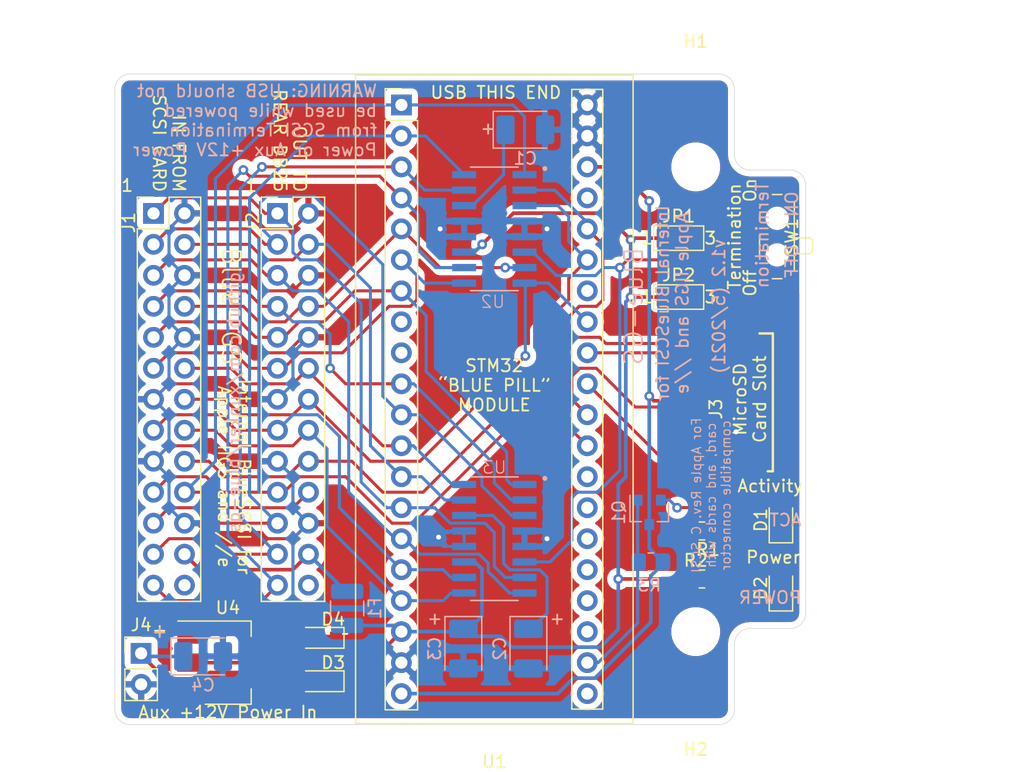
<source format=kicad_pcb>
(kicad_pcb (version 20171130) (host pcbnew "(5.1.8-0-10_14)")
  (layers (0 F.Cu signal) (31 B.Cu signal) (34 B.Paste user) (35 F.Paste user) (36 B.SilkS user) (37 F.SilkS user) (38 B.Mask user) (39 F.Mask user) (44 Edge.Cuts user))
  (net 0 "")
  (net 1 "Net-(U1-Pad37)")
  (net 2 "Net-(U1-Pad34)")
  (net 3 "Net-(U1-Pad8)")
  (net 4 "Net-(U1-Pad9)")
  (net 5 "Net-(U1-Pad28)")
  (net 6 "Net-(U1-Pad25)")
  (net 7 "Net-(U1-Pad24)")
  (net 8 "Net-(U1-Pad23)")
  (net 9 "Net-(U1-Pad21)")
  (net 10 "Net-(J1-Pad26)")
  (net 11 "Net-(J2-Pad26)")
  (net 12 +5V)
  (net 13 GND)
  (net 14 /SCSI_DB4)
  (net 15 /SCSI_DB2)
  (net 16 /SCSI_DB1)
  (net 17 /SCSI_DBP)
  (net 18 /SCSI_SEL)
  (net 19 /SCSI_ATN)
  (net 20 /SCSI_C_D)
  (net 21 /SCSI_DB7)
  (net 22 /SCSI_DB6)
  (net 23 /SCSI_DB5)
  (net 24 /SCSI_DB3)
  (net 25 /SCSI_DB0)
  (net 26 /SCSI_BSY)
  (net 27 /SCSI_ACK)
  (net 28 /SCSI_RST)
  (net 29 /SCSI_I_O)
  (net 30 /SCSI_MSG)
  (net 31 /SCSI_REQ)
  (net 32 /SD_MISO)
  (net 33 /SD_CSK)
  (net 34 +3V3)
  (net 35 /SD_MOSI)
  (net 36 /SD_CS)
  (net 37 "Net-(J3-Pad8)")
  (net 38 "Net-(J3-Pad1)")
  (net 39 "Net-(D2-Pad2)")
  (net 40 "Net-(C1-Pad1)")
  (net 41 "Net-(C2-Pad1)")
  (net 42 /TERM_DISC)
  (net 43 "Net-(D1-Pad1)")
  (net 44 /DEBUG_RX)
  (net 45 /DEBUG_TX)
  (net 46 "Net-(D4-Pad2)")
  (net 47 /+12V_AUX)
  (net 48 /TERM_EN)
  (net 49 /TERM_DIS)
  (net 50 /DISK_ACT)
  (net 51 /REG_OUT)
  (net 52 /SCSI_TERMPWR)
  (net 53 "Net-(D1-Pad2)")
  (module Resistor_SMD:R_0805_2012Metric_Pad1.20x1.40mm_HandSolder (layer B.Cu) (at 172.847 88.265 180)
    (fp_text reference R3 (at 0.127 -1.905) (layer B.SilkS) (effects (justify mirror)))
    (fp_text value 10K)
    (pad 2 smd roundrect (at 1 0 180) (size 1.2 1.4) (layers B.Cu B.Paste B.Mask) (roundrect_rratio 0.208333) (net 50 /DISK_ACT))
    (pad 1 smd roundrect (at -1 0 180) (size 1.2 1.4) (layers B.Cu B.Paste B.Mask) (roundrect_rratio 0.208333) (net 34 +3V3))
  )
  (module Package_TO_SOT_SMD:SOT-23 (layer B.Cu) (at 172.72 84.201 270)
    (fp_text reference Q1 (at 0 2.5 90) (layer B.SilkS) (effects (justify mirror)))
    (fp_text value Q_PMOS_GSD)
    (pad 3 smd rect (at 1 0 270) (size 0.9 0.8) (layers B.Cu B.Paste B.Mask) (net 34 +3V3))
    (pad 2 smd rect (at -1 -0.95 270) (size 0.9 0.8) (layers B.Cu B.Paste B.Mask) (net 53 "Net-(D1-Pad2)"))
    (pad 1 smd rect (at -1 0.95 270) (size 0.9 0.8) (layers B.Cu B.Paste B.Mask) (net 50 /DISK_ACT))
  )
  (module Fuse:Fuse_1210_3225Metric (layer B.Cu) (at 147.955 92.075 90)
    (fp_text reference F1 (at 0 2.28 270) (layer B.SilkS) (effects (justify mirror)))
    (fp_text value Fuse)
    (pad 2 smd roundrect (at 1.4 0 90) (size 1.25 2.65) (layers B.Cu B.Paste B.Mask) (roundrect_rratio 0.2) (net 52 /SCSI_TERMPWR))
    (pad 1 smd roundrect (at -1.4 0 90) (size 1.25 2.65) (layers B.Cu B.Paste B.Mask) (roundrect_rratio 0.2) (net 12 +5V))
  )
  (module Jumper:SolderJumper-3_P1.3mm_Open_Pad1.0x1.5mm_NumberLabels (layer F.Cu) (at 175.133 66.548)
    (fp_text reference JP2 (at 0 -1.8) (layer F.SilkS))
    (fp_text value Jumper_3_Open)
    (fp_text user 1 (at -2.6 0) (layer F.SilkS))
    (fp_text user 3 (at 2.6 0) (layer F.SilkS))
    (pad 1 smd rect (at -1.3 0) (size 1 1.5) (layers F.Cu F.Mask) (net 12 +5V))
    (pad 2 smd rect (at 0 0) (size 1 1.5) (layers F.Cu F.Mask) (net 49 /TERM_DIS))
    (pad 3 smd rect (at 1.3 0) (size 1 1.5) (layers F.Cu F.Mask) (net 13 GND))
  )
  (module Jumper:SolderJumper-3_P1.3mm_Open_Pad1.0x1.5mm_NumberLabels (layer F.Cu) (at 175.133 61.722)
    (fp_text reference JP1 (at 0 -1.8) (layer F.SilkS))
    (fp_text value Jumper_3_Open)
    (fp_text user 1 (at -2.6 0) (layer F.SilkS))
    (fp_text user 3 (at 2.6 0) (layer F.SilkS))
    (pad 1 smd rect (at -1.3 0) (size 1 1.5) (layers F.Cu F.Mask) (net 12 +5V))
    (pad 2 smd rect (at 0 0) (size 1 1.5) (layers F.Cu F.Mask) (net 48 /TERM_EN))
    (pad 3 smd rect (at 1.3 0) (size 1 1.5) (layers F.Cu F.Mask) (net 13 GND))
  )
  (module "Molex 105162-0001:105162-0001" (layer F.Cu) (at 176.403 75.184 90)
    (fp_text reference J3 (at -0.549 1.778 90) (layer F.SilkS))
    (fp_text value 105162-0001)
    (pad 15 smd rect (at -2.204 0.105 90) (size 2.91 0.55) (layers F.Cu F.Paste F.Mask))
    (pad 14 smd rect (at 1.986 0.105 90) (size 2.91 0.55) (layers F.Cu F.Paste F.Mask))
    (pad 13 smd rect (at -5.325 4.535 90) (size 1.05 2.39) (layers F.Cu F.Paste F.Mask) (net 13 GND))
    (pad 12 smd rect (at -5.325 1.35 90) (size 1.05 1.2) (layers F.Cu F.Paste F.Mask) (net 13 GND))
    (pad 11 smd rect (at 5.325 0.78 90) (size 1.05 1.2) (layers F.Cu F.Paste F.Mask) (net 13 GND))
    (pad 10 smd rect (at 5.325 3.39 90) (size 1.05 1.08) (layers F.Cu F.Paste F.Mask) (net 13 GND))
    (pad 9 smd rect (at 5.31 4.66 90) (size 0.72 0.78) (layers F.Cu F.Paste F.Mask) (net 13 GND))
    (pad 8 smd rect (at -4.15 7.34 90) (size 0.5 1) (layers F.Cu F.Paste F.Mask) (net 37 "Net-(J3-Pad8)"))
    (pad 7 smd rect (at -3.05 7.34 90) (size 0.5 1) (layers F.Cu F.Paste F.Mask) (net 32 /SD_MISO))
    (pad 6 smd rect (at -1.95 7.34 90) (size 0.5 1) (layers F.Cu F.Paste F.Mask) (net 13 GND))
    (pad 5 smd rect (at -0.85 7.34 90) (size 0.5 1) (layers F.Cu F.Paste F.Mask) (net 33 /SD_CSK))
    (pad 4 smd rect (at 0.25 7.34 90) (size 0.5 1) (layers F.Cu F.Paste F.Mask) (net 34 +3V3))
    (pad 3 smd rect (at 1.35 7.34 90) (size 0.5 1) (layers F.Cu F.Paste F.Mask) (net 35 /SD_MOSI))
    (pad 2 smd rect (at 2.45 7.34 90) (size 0.5 1) (layers F.Cu F.Paste F.Mask) (net 36 /SD_CS))
    (pad 1 smd rect (at 3.55 7.34 90) (size 0.5 1) (layers F.Cu F.Paste F.Mask) (net 38 "Net-(J3-Pad1)"))
  )
  (module Diode_SMD:D_SOD-323_HandSoldering (layer F.Cu) (at 145.796 94.488 180)
    (fp_text reference D4 (at -1.016 1.524) (layer F.SilkS))
    (fp_text value 1N5817,CUS08F30-H3F)
    (pad 2 smd rect (at 1.25 0 180) (size 1 1) (layers F.Cu F.Paste F.Mask) (net 46 "Net-(D4-Pad2)"))
    (pad 1 smd rect (at -1.25 0 180) (size 1 1) (layers F.Cu F.Paste F.Mask) (net 13 GND))
  )
  (module Diode_SMD:D_SOD-323_HandSoldering (layer F.Cu) (at 145.796 98.044 180)
    (fp_text reference D3 (at -1.016 1.524) (layer F.SilkS))
    (fp_text value 1N5817,1N5817,CUS08F30-H3F)
    (pad 2 smd rect (at 1.25 0 180) (size 1 1) (layers F.Cu F.Paste F.Mask) (net 51 /REG_OUT))
    (pad 1 smd rect (at -1.25 0 180) (size 1 1) (layers F.Cu F.Paste F.Mask) (net 12 +5V))
  )
  (module Package_TO_SOT_SMD:SOT-223-3_TabPin2 (layer F.Cu) (at 138.176 96.52)
    (fp_text reference U4 (at 0 -4.5) (layer F.SilkS))
    (fp_text value AMS1117-5.0)
    (pad 1 smd rect (at -3.15 -2.3) (size 2 1.5) (layers F.Cu F.Paste F.Mask) (net 46 "Net-(D4-Pad2)"))
    (pad 3 smd rect (at -3.15 2.3) (size 2 1.5) (layers F.Cu F.Paste F.Mask) (net 47 /+12V_AUX))
    (pad 2 smd rect (at -3.15 0) (size 2 1.5) (layers F.Cu F.Paste F.Mask) (net 51 /REG_OUT))
    (pad 2 smd rect (at 3.15 0) (size 2 3.8) (layers F.Cu F.Paste F.Mask) (net 51 /REG_OUT))
  )
  (module Connector_PinHeader_2.54mm:PinHeader_1x02_P2.54mm_Vertical (layer F.Cu) (at 131.064 95.758)
    (fp_text reference J4 (at 0 -2.33) (layer F.SilkS))
    (fp_text value Conn_01x02_Male)
    (pad 2 thru_hole oval (at 0 2.54) (size 1.7 1.7) (drill 1) (layers *.Cu *.Mask) (net 13 GND))
    (pad 1 thru_hole rect (at 0 0) (size 1.7 1.7) (drill 1) (layers *.Cu *.Mask) (net 47 /+12V_AUX))
  )
  (module Capacitor_Tantalum_SMD:CP_EIA-3528-21_Kemet-B_Pad1.50x2.35mm_HandSolder (layer B.Cu) (at 136.144 96.012)
    (fp_text reference C4 (at 0 2.35 180) (layer B.SilkS) (effects (justify mirror)))
    (fp_text value 10uF)
    (pad 2 smd roundrect (at 1.625 0) (size 1.5 2.35) (layers B.Cu B.Paste B.Mask) (roundrect_rratio 0.166667) (net 13 GND))
    (pad 1 smd roundrect (at -1.625 0) (size 1.5 2.35) (layers B.Cu B.Paste B.Mask) (roundrect_rratio 0.166667) (net 47 /+12V_AUX))
  )
  (module Button_Switch_SMD:SW_SPDT_PCM12 (layer F.Cu) (at 182.88 61.595 90)
    (fp_text reference SW1 (at 0 1.524 90) (layer F.SilkS))
    (fp_text value SW_SPDT)
    (pad "" smd rect (at -3.65 -0.78 90) (size 1 0.8) (layers F.Cu F.Paste F.Mask))
    (pad "" smd rect (at 3.65 -0.78 90) (size 1 0.8) (layers F.Cu F.Paste F.Mask))
    (pad "" smd rect (at 3.65 1.43 90) (size 1 0.8) (layers F.Cu F.Paste F.Mask))
    (pad "" smd rect (at -3.65 1.43 90) (size 1 0.8) (layers F.Cu F.Paste F.Mask))
    (pad 3 smd rect (at 2.25 -1.43 90) (size 0.7 1.5) (layers F.Cu F.Paste F.Mask) (net 48 /TERM_EN))
    (pad 2 smd rect (at 0.75 -1.43 90) (size 0.7 1.5) (layers F.Cu F.Paste F.Mask) (net 42 /TERM_DISC))
    (pad 1 smd rect (at -2.25 -1.43 90) (size 0.7 1.5) (layers F.Cu F.Paste F.Mask) (net 49 /TERM_DIS))
    (pad "" np_thru_hole circle (at 1.5 0.33 90) (size 0.9 0.9) (drill 0.9) (layers *.Cu *.Mask))
    (pad "" np_thru_hole circle (at -1.5 0.33 90) (size 0.9 0.9) (drill 0.9) (layers *.Cu *.Mask))
  )
  (module Capacitor_Tantalum_SMD:CP_EIA-3528-21_Kemet-B_Pad1.50x2.35mm_HandSolder (layer B.Cu) (at 157.48 95.377 270)
    (fp_text reference C3 (at 0 2.35 90) (layer B.SilkS) (effects (justify mirror)))
    (fp_text value "4.7uF, 6.3v")
    (pad 2 smd roundrect (at 1.625 0 270) (size 1.5 2.35) (layers B.Cu B.Paste B.Mask) (roundrect_rratio 0.166667) (net 13 GND))
    (pad 1 smd roundrect (at -1.625 0 270) (size 1.5 2.35) (layers B.Cu B.Paste B.Mask) (roundrect_rratio 0.166667) (net 12 +5V))
  )
  (module Capacitor_Tantalum_SMD:CP_EIA-3528-21_Kemet-B_Pad1.50x2.35mm_HandSolder (layer B.Cu) (at 162.814 95.377 270)
    (fp_text reference C2 (at 0 2.35 90) (layer B.SilkS) (effects (justify mirror)))
    (fp_text value "4.7uF, 6.3v")
    (pad 2 smd roundrect (at 1.625 0 270) (size 1.5 2.35) (layers B.Cu B.Paste B.Mask) (roundrect_rratio 0.166667) (net 13 GND))
    (pad 1 smd roundrect (at -1.625 0 270) (size 1.5 2.35) (layers B.Cu B.Paste B.Mask) (roundrect_rratio 0.166667) (net 41 "Net-(C2-Pad1)"))
  )
  (module Capacitor_Tantalum_SMD:CP_EIA-3528-21_Kemet-B_Pad1.50x2.35mm_HandSolder (layer B.Cu) (at 162.56 52.832)
    (fp_text reference C1 (at 0 2.35) (layer B.SilkS) (effects (justify mirror)))
    (fp_text value "4.7uF, 6.3v")
    (pad 2 smd roundrect (at 1.625 0) (size 1.5 2.35) (layers B.Cu B.Paste B.Mask) (roundrect_rratio 0.166667) (net 13 GND))
    (pad 1 smd roundrect (at -1.625 0) (size 1.5 2.35) (layers B.Cu B.Paste B.Mask) (roundrect_rratio 0.166667) (net 40 "Net-(C1-Pad1)"))
  )
  (module LED_SMD:LED_0805_2012Metric_Pad1.15x1.40mm_HandSolder (layer F.Cu) (at 183.515 90.424 90)
    (fp_text reference D2 (at 0 -1.65 90) (layer F.SilkS))
    (fp_text value LED)
    (pad 2 smd roundrect (at 1.025 0 90) (size 1.15 1.4) (layers F.Cu F.Paste F.Mask) (roundrect_rratio 0.217391) (net 39 "Net-(D2-Pad2)"))
    (pad 1 smd roundrect (at -1.025 0 90) (size 1.15 1.4) (layers F.Cu F.Paste F.Mask) (roundrect_rratio 0.217391) (net 13 GND))
  )
  (module LED_SMD:LED_0805_2012Metric_Pad1.15x1.40mm_HandSolder (layer F.Cu) (at 183.515 84.836 90)
    (fp_text reference D1 (at 0 -1.65 90) (layer F.SilkS))
    (fp_text value LED)
    (pad 2 smd roundrect (at 1.025 0 90) (size 1.15 1.4) (layers F.Cu F.Paste F.Mask) (roundrect_rratio 0.217391) (net 53 "Net-(D1-Pad2)"))
    (pad 1 smd roundrect (at -1.025 0 90) (size 1.15 1.4) (layers F.Cu F.Paste F.Mask) (roundrect_rratio 0.217391) (net 43 "Net-(D1-Pad1)"))
  )
  (module Resistor_SMD:R_0805_2012Metric_Pad1.20x1.40mm_HandSolder (layer F.Cu) (at 177.038 89.662 180)
    (fp_text reference R2 (at 0.508 1.524) (layer F.SilkS))
    (fp_text value 1K)
    (pad 2 smd roundrect (at 1 0 180) (size 1.2 1.4) (layers F.Cu F.Paste F.Mask) (roundrect_rratio 0.208333) (net 12 +5V))
    (pad 1 smd roundrect (at -1 0 180) (size 1.2 1.4) (layers F.Cu F.Paste F.Mask) (roundrect_rratio 0.208333) (net 39 "Net-(D2-Pad2)"))
  )
  (module Resistor_SMD:R_0805_2012Metric_Pad1.20x1.40mm_HandSolder (layer F.Cu) (at 177.038 85.725)
    (fp_text reference R1 (at 0.508 1.524) (layer F.SilkS))
    (fp_text value 470)
    (pad 2 smd roundrect (at 1 0) (size 1.2 1.4) (layers F.Cu F.Paste F.Mask) (roundrect_rratio 0.208333) (net 43 "Net-(D1-Pad1)"))
    (pad 1 smd roundrect (at -1 0) (size 1.2 1.4) (layers F.Cu F.Paste F.Mask) (roundrect_rratio 0.208333) (net 13 GND))
  )
  (module Connector_PinHeader_2.54mm:PinHeader_2x13_P2.54mm_Vertical (layer F.Cu) (at 142.24 59.69)
    (fp_text reference J2 (at -2.032 0.762 90) (layer F.SilkS))
    (fp_text value Conn_02x13_Odd_Even)
    (pad 26 thru_hole oval (at 2.54 30.48) (size 1.7 1.7) (drill 1) (layers *.Cu *.Mask) (net 11 "Net-(J2-Pad26)"))
    (pad 25 thru_hole oval (at 0 30.48) (size 1.7 1.7) (drill 1) (layers *.Cu *.Mask) (net 21 /SCSI_DB7))
    (pad 24 thru_hole oval (at 2.54 27.94) (size 1.7 1.7) (drill 1) (layers *.Cu *.Mask) (net 52 /SCSI_TERMPWR))
    (pad 23 thru_hole oval (at 0 27.94) (size 1.7 1.7) (drill 1) (layers *.Cu *.Mask) (net 22 /SCSI_DB6))
    (pad 22 thru_hole oval (at 2.54 25.4) (size 1.7 1.7) (drill 1) (layers *.Cu *.Mask) (net 13 GND))
    (pad 21 thru_hole oval (at 0 25.4) (size 1.7 1.7) (drill 1) (layers *.Cu *.Mask) (net 23 /SCSI_DB5))
    (pad 20 thru_hole oval (at 2.54 22.86) (size 1.7 1.7) (drill 1) (layers *.Cu *.Mask) (net 14 /SCSI_DB4))
    (pad 19 thru_hole oval (at 0 22.86) (size 1.7 1.7) (drill 1) (layers *.Cu *.Mask) (net 24 /SCSI_DB3))
    (pad 18 thru_hole oval (at 2.54 20.32) (size 1.7 1.7) (drill 1) (layers *.Cu *.Mask) (net 15 /SCSI_DB2))
    (pad 17 thru_hole oval (at 0 20.32) (size 1.7 1.7) (drill 1) (layers *.Cu *.Mask) (net 13 GND))
    (pad 16 thru_hole oval (at 2.54 17.78) (size 1.7 1.7) (drill 1) (layers *.Cu *.Mask) (net 16 /SCSI_DB1))
    (pad 15 thru_hole oval (at 0 17.78) (size 1.7 1.7) (drill 1) (layers *.Cu *.Mask) (net 25 /SCSI_DB0))
    (pad 14 thru_hole oval (at 2.54 15.24) (size 1.7 1.7) (drill 1) (layers *.Cu *.Mask) (net 17 /SCSI_DBP))
    (pad 13 thru_hole oval (at 0 15.24) (size 1.7 1.7) (drill 1) (layers *.Cu *.Mask) (net 13 GND))
    (pad 12 thru_hole oval (at 2.54 12.7) (size 1.7 1.7) (drill 1) (layers *.Cu *.Mask) (net 18 /SCSI_SEL))
    (pad 11 thru_hole oval (at 0 12.7) (size 1.7 1.7) (drill 1) (layers *.Cu *.Mask) (net 26 /SCSI_BSY))
    (pad 10 thru_hole oval (at 2.54 10.16) (size 1.7 1.7) (drill 1) (layers *.Cu *.Mask) (net 13 GND))
    (pad 9 thru_hole oval (at 0 10.16) (size 1.7 1.7) (drill 1) (layers *.Cu *.Mask) (net 27 /SCSI_ACK))
    (pad 8 thru_hole oval (at 2.54 7.62) (size 1.7 1.7) (drill 1) (layers *.Cu *.Mask) (net 19 /SCSI_ATN))
    (pad 7 thru_hole oval (at 0 7.62) (size 1.7 1.7) (drill 1) (layers *.Cu *.Mask) (net 28 /SCSI_RST))
    (pad 6 thru_hole oval (at 2.54 5.08) (size 1.7 1.7) (drill 1) (layers *.Cu *.Mask) (net 13 GND))
    (pad 5 thru_hole oval (at 0 5.08) (size 1.7 1.7) (drill 1) (layers *.Cu *.Mask) (net 29 /SCSI_I_O))
    (pad 4 thru_hole oval (at 2.54 2.54) (size 1.7 1.7) (drill 1) (layers *.Cu *.Mask) (net 20 /SCSI_C_D))
    (pad 3 thru_hole oval (at 0 2.54) (size 1.7 1.7) (drill 1) (layers *.Cu *.Mask) (net 30 /SCSI_MSG))
    (pad 2 thru_hole oval (at 2.54 0) (size 1.7 1.7) (drill 1) (layers *.Cu *.Mask) (net 13 GND))
    (pad 1 thru_hole rect (at 0 0) (size 1.7 1.7) (drill 1) (layers *.Cu *.Mask) (net 31 /SCSI_REQ))
  )
  (module "my library:YAAJ_BluePill_2" (layer F.Cu) (at 152.4 50.8)
    (fp_text reference U1 (at 7.62 53.848) (layer F.SilkS))
    (fp_text value YAAJ_BluePill hide)
    (pad 40 thru_hole circle (at 15.24 0) (size 1.7 1.7) (drill 1) (layers *.Cu *.Mask) (net 13 GND))
    (pad 1 thru_hole rect (at 0 0) (size 1.7 1.7) (drill 1) (layers *.Cu *.Mask) (net 14 /SCSI_DB4))
    (pad 39 thru_hole circle (at 15.24 2.54) (size 1.7 1.7) (drill 1) (layers *.Cu *.Mask) (net 13 GND))
    (pad 2 thru_hole circle (at 0 2.54) (size 1.7 1.7) (drill 1) (layers *.Cu *.Mask) (net 23 /SCSI_DB5))
    (pad 38 thru_hole circle (at 15.24 5.08) (size 1.7 1.7) (drill 1) (layers *.Cu *.Mask) (net 34 +3V3))
    (pad 3 thru_hole circle (at 0 5.08) (size 1.7 1.7) (drill 1) (layers *.Cu *.Mask) (net 22 /SCSI_DB6))
    (pad 37 thru_hole circle (at 15.24 7.62) (size 1.7 1.7) (drill 1) (layers *.Cu *.Mask) (net 1 "Net-(U1-Pad37)"))
    (pad 4 thru_hole circle (at 0 7.62) (size 1.7 1.7) (drill 1) (layers *.Cu *.Mask) (net 21 /SCSI_DB7))
    (pad 36 thru_hole circle (at 15.24 10.16) (size 1.7 1.7) (drill 1) (layers *.Cu *.Mask) (net 24 /SCSI_DB3))
    (pad 5 thru_hole circle (at 0 10.16) (size 1.7 1.7) (drill 1) (layers *.Cu *.Mask) (net 19 /SCSI_ATN))
    (pad 35 thru_hole circle (at 15.24 12.7) (size 1.7 1.7) (drill 1) (layers *.Cu *.Mask) (net 15 /SCSI_DB2))
    (pad 6 thru_hole circle (at 0 12.7) (size 1.7 1.7) (drill 1) (layers *.Cu *.Mask) (net 26 /SCSI_BSY))
    (pad 34 thru_hole circle (at 15.24 15.24) (size 1.7 1.7) (drill 1) (layers *.Cu *.Mask) (net 2 "Net-(U1-Pad34)"))
    (pad 7 thru_hole circle (at 0 15.24) (size 1.7 1.7) (drill 1) (layers *.Cu *.Mask) (net 27 /SCSI_ACK))
    (pad 33 thru_hole circle (at 15.24 17.78) (size 1.7 1.7) (drill 1) (layers *.Cu *.Mask) (net 17 /SCSI_DBP))
    (pad 8 thru_hole circle (at 0 17.78) (size 1.7 1.7) (drill 1) (layers *.Cu *.Mask) (net 3 "Net-(U1-Pad8)"))
    (pad 32 thru_hole circle (at 15.24 20.32) (size 1.7 1.7) (drill 1) (layers *.Cu *.Mask) (net 35 /SD_MOSI))
    (pad 9 thru_hole circle (at 0 20.32) (size 1.7 1.7) (drill 1) (layers *.Cu *.Mask) (net 4 "Net-(U1-Pad9)"))
    (pad 31 thru_hole circle (at 15.24 22.86) (size 1.7 1.7) (drill 1) (layers *.Cu *.Mask) (net 32 /SD_MISO))
    (pad 10 thru_hole circle (at 0 22.86) (size 1.7 1.7) (drill 1) (layers *.Cu *.Mask) (net 28 /SCSI_RST))
    (pad 30 thru_hole circle (at 15.24 25.4) (size 1.7 1.7) (drill 1) (layers *.Cu *.Mask) (net 33 /SD_CSK))
    (pad 11 thru_hole circle (at 0 25.4) (size 1.7 1.7) (drill 1) (layers *.Cu *.Mask) (net 30 /SCSI_MSG))
    (pad 29 thru_hole circle (at 15.24 27.94) (size 1.7 1.7) (drill 1) (layers *.Cu *.Mask) (net 36 /SD_CS))
    (pad 12 thru_hole circle (at 0 27.94) (size 1.7 1.7) (drill 1) (layers *.Cu *.Mask) (net 18 /SCSI_SEL))
    (pad 28 thru_hole circle (at 15.24 30.48) (size 1.7 1.7) (drill 1) (layers *.Cu *.Mask) (net 5 "Net-(U1-Pad28)"))
    (pad 13 thru_hole circle (at 0 30.48) (size 1.7 1.7) (drill 1) (layers *.Cu *.Mask) (net 20 /SCSI_C_D))
    (pad 27 thru_hole circle (at 15.24 33.02) (size 1.7 1.7) (drill 1) (layers *.Cu *.Mask) (net 44 /DEBUG_RX))
    (pad 14 thru_hole circle (at 0 33.02) (size 1.7 1.7) (drill 1) (layers *.Cu *.Mask) (net 31 /SCSI_REQ))
    (pad 26 thru_hole circle (at 15.24 35.56) (size 1.7 1.7) (drill 1) (layers *.Cu *.Mask) (net 45 /DEBUG_TX))
    (pad 15 thru_hole circle (at 0 35.56) (size 1.7 1.7) (drill 1) (layers *.Cu *.Mask) (net 29 /SCSI_I_O))
    (pad 25 thru_hole circle (at 15.24 38.1) (size 1.7 1.7) (drill 1) (layers *.Cu *.Mask) (net 6 "Net-(U1-Pad25)"))
    (pad 16 thru_hole circle (at 0 38.1) (size 1.7 1.7) (drill 1) (layers *.Cu *.Mask) (net 25 /SCSI_DB0))
    (pad 24 thru_hole circle (at 15.24 40.64) (size 1.7 1.7) (drill 1) (layers *.Cu *.Mask) (net 7 "Net-(U1-Pad24)"))
    (pad 17 thru_hole circle (at 0 40.64) (size 1.7 1.7) (drill 1) (layers *.Cu *.Mask) (net 16 /SCSI_DB1))
    (pad 23 thru_hole circle (at 15.24 43.18) (size 1.7 1.7) (drill 1) (layers *.Cu *.Mask) (net 8 "Net-(U1-Pad23)"))
    (pad 18 thru_hole circle (at 0 43.18) (size 1.7 1.7) (drill 1) (layers *.Cu *.Mask) (net 12 +5V))
    (pad 22 thru_hole circle (at 15.24 45.72) (size 1.7 1.7) (drill 1) (layers *.Cu *.Mask) (net 50 /DISK_ACT))
    (pad 19 thru_hole circle (at 0 45.72) (size 1.7 1.7) (drill 1) (layers *.Cu *.Mask) (net 13 GND))
    (pad 21 thru_hole circle (at 15.24 48.26) (size 1.7 1.7) (drill 1) (layers *.Cu *.Mask) (net 9 "Net-(U1-Pad21)"))
    (pad 20 thru_hole circle (at 0 48.26) (size 1.7 1.7) (drill 1) (layers *.Cu *.Mask) (net 34 +3V3))
  )
  (module "my library:SOIC127P600X175-16N" (layer B.Cu) (at 160.02 86.36 180)
    (fp_text reference U3 (at 0 5.842) (layer B.SilkS) (effects (font (thickness 0.1)) (justify mirror)))
    (fp_text value "UC560x, UCC56xx")
    (pad 1 smd rect (at -2.475 4.445 180) (size 1.97 0.6) (layers B.Cu B.Paste B.Mask) (net 27 /SCSI_ACK))
    (pad 2 smd rect (at -2.475 3.175 180) (size 1.97 0.6) (layers B.Cu B.Paste B.Mask) (net 28 /SCSI_RST))
    (pad 3 smd rect (at -2.475 1.905 180) (size 1.97 0.6) (layers B.Cu B.Paste B.Mask) (net 30 /SCSI_MSG))
    (pad 4 smd rect (at -2.475 0.635 180) (size 1.97 0.6) (layers B.Cu B.Paste B.Mask) (net 13 GND))
    (pad 5 smd rect (at -2.475 -0.635 180) (size 1.97 0.6) (layers B.Cu B.Paste B.Mask) (net 13 GND))
    (pad 6 smd rect (at -2.475 -1.905 180) (size 1.97 0.6) (layers B.Cu B.Paste B.Mask) (net 42 /TERM_DISC))
    (pad 7 smd rect (at -2.475 -3.175 180) (size 1.97 0.6) (layers B.Cu B.Paste B.Mask) (net 31 /SCSI_REQ))
    (pad 8 smd rect (at -2.475 -4.445 180) (size 1.97 0.6) (layers B.Cu B.Paste B.Mask) (net 29 /SCSI_I_O))
    (pad 9 smd rect (at 2.475 -4.445 180) (size 1.97 0.6) (layers B.Cu B.Paste B.Mask) (net 16 /SCSI_DB1))
    (pad 10 smd rect (at 2.475 -3.175 180) (size 1.97 0.6) (layers B.Cu B.Paste B.Mask) (net 25 /SCSI_DB0))
    (pad 11 smd rect (at 2.475 -1.905 180) (size 1.97 0.6) (layers B.Cu B.Paste B.Mask) (net 12 +5V))
    (pad 12 smd rect (at 2.475 -0.635 180) (size 1.97 0.6) (layers B.Cu B.Paste B.Mask) (net 13 GND))
    (pad 13 smd rect (at 2.475 0.635 180) (size 1.97 0.6) (layers B.Cu B.Paste B.Mask) (net 13 GND))
    (pad 14 smd rect (at 2.475 1.905 180) (size 1.97 0.6) (layers B.Cu B.Paste B.Mask) (net 41 "Net-(C2-Pad1)"))
    (pad 15 smd rect (at 2.475 3.175 180) (size 1.97 0.6) (layers B.Cu B.Paste B.Mask) (net 20 /SCSI_C_D))
    (pad 16 smd rect (at 2.475 4.445 180) (size 1.97 0.6) (layers B.Cu B.Paste B.Mask) (net 18 /SCSI_SEL))
  )
  (module "my library:SOIC127P600X175-16N" (layer B.Cu) (at 160.02 60.96 180)
    (fp_text reference U2 (at 0.127 -5.969) (layer B.SilkS) (effects (font (thickness 0.1)) (justify mirror)))
    (fp_text value "UC560x, UCC56xx")
    (pad 1 smd rect (at -2.475 4.445 180) (size 1.97 0.6) (layers B.Cu B.Paste B.Mask) (net 14 /SCSI_DB4))
    (pad 2 smd rect (at -2.475 3.175 180) (size 1.97 0.6) (layers B.Cu B.Paste B.Mask) (net 24 /SCSI_DB3))
    (pad 3 smd rect (at -2.475 1.905 180) (size 1.97 0.6) (layers B.Cu B.Paste B.Mask) (net 15 /SCSI_DB2))
    (pad 4 smd rect (at -2.475 0.635 180) (size 1.97 0.6) (layers B.Cu B.Paste B.Mask) (net 13 GND))
    (pad 5 smd rect (at -2.475 -0.635 180) (size 1.97 0.6) (layers B.Cu B.Paste B.Mask) (net 13 GND))
    (pad 6 smd rect (at -2.475 -1.905 180) (size 1.97 0.6) (layers B.Cu B.Paste B.Mask) (net 42 /TERM_DISC))
    (pad 7 smd rect (at -2.475 -3.175 180) (size 1.97 0.6) (layers B.Cu B.Paste B.Mask) (net 19 /SCSI_ATN))
    (pad 8 smd rect (at -2.475 -4.445 180) (size 1.97 0.6) (layers B.Cu B.Paste B.Mask) (net 17 /SCSI_DBP))
    (pad 9 smd rect (at 2.475 -4.445 180) (size 1.97 0.6) (layers B.Cu B.Paste B.Mask) (net 26 /SCSI_BSY))
    (pad 10 smd rect (at 2.475 -3.175 180) (size 1.97 0.6) (layers B.Cu B.Paste B.Mask) (net 21 /SCSI_DB7))
    (pad 11 smd rect (at 2.475 -1.905 180) (size 1.97 0.6) (layers B.Cu B.Paste B.Mask) (net 12 +5V))
    (pad 12 smd rect (at 2.475 -0.635 180) (size 1.97 0.6) (layers B.Cu B.Paste B.Mask) (net 13 GND))
    (pad 13 smd rect (at 2.475 0.635 180) (size 1.97 0.6) (layers B.Cu B.Paste B.Mask) (net 13 GND))
    (pad 14 smd rect (at 2.475 1.905 180) (size 1.97 0.6) (layers B.Cu B.Paste B.Mask) (net 40 "Net-(C1-Pad1)"))
    (pad 15 smd rect (at 2.475 3.175 180) (size 1.97 0.6) (layers B.Cu B.Paste B.Mask) (net 22 /SCSI_DB6))
    (pad 16 smd rect (at 2.475 4.445 180) (size 1.97 0.6) (layers B.Cu B.Paste B.Mask) (net 23 /SCSI_DB5))
  )
  (module MountingHole:MountingHole_3mm (layer F.Cu) (at 176.53 93.98)
    (fp_text reference H2 (at 0 9.652) (layer F.SilkS))
    (fp_text value MountingHole)
    (pad 1 np_thru_hole circle (at 0 0) (size 3 3) (drill 3) (layers *.Cu *.Mask))
  )
  (module MountingHole:MountingHole_3mm (layer F.Cu) (at 176.53 55.88)
    (fp_text reference H1 (at 0 -10.287) (layer F.SilkS))
    (fp_text value MountingHole)
    (pad 1 np_thru_hole circle (at 0 0) (size 3 3) (drill 3) (layers *.Cu *.Mask))
  )
  (module Connector_PinHeader_2.54mm:PinHeader_2x13_P2.54mm_Vertical (layer F.Cu) (at 132.08 59.69)
    (fp_text reference J1 (at -2.032 0.762 270) (layer F.SilkS))
    (fp_text value Conn_02x13_Odd_Even)
    (pad 26 thru_hole oval (at 2.54 30.48) (size 1.7 1.7) (drill 1) (layers *.Cu *.Mask) (net 10 "Net-(J1-Pad26)"))
    (pad 25 thru_hole oval (at 0 30.48) (size 1.7 1.7) (drill 1) (layers *.Cu *.Mask) (net 21 /SCSI_DB7))
    (pad 24 thru_hole oval (at 2.54 27.94) (size 1.7 1.7) (drill 1) (layers *.Cu *.Mask) (net 52 /SCSI_TERMPWR))
    (pad 23 thru_hole oval (at 0 27.94) (size 1.7 1.7) (drill 1) (layers *.Cu *.Mask) (net 22 /SCSI_DB6))
    (pad 22 thru_hole oval (at 2.54 25.4) (size 1.7 1.7) (drill 1) (layers *.Cu *.Mask) (net 13 GND))
    (pad 21 thru_hole oval (at 0 25.4) (size 1.7 1.7) (drill 1) (layers *.Cu *.Mask) (net 23 /SCSI_DB5))
    (pad 20 thru_hole oval (at 2.54 22.86) (size 1.7 1.7) (drill 1) (layers *.Cu *.Mask) (net 14 /SCSI_DB4))
    (pad 19 thru_hole oval (at 0 22.86) (size 1.7 1.7) (drill 1) (layers *.Cu *.Mask) (net 24 /SCSI_DB3))
    (pad 18 thru_hole oval (at 2.54 20.32) (size 1.7 1.7) (drill 1) (layers *.Cu *.Mask) (net 15 /SCSI_DB2))
    (pad 17 thru_hole oval (at 0 20.32) (size 1.7 1.7) (drill 1) (layers *.Cu *.Mask) (net 13 GND))
    (pad 16 thru_hole oval (at 2.54 17.78) (size 1.7 1.7) (drill 1) (layers *.Cu *.Mask) (net 16 /SCSI_DB1))
    (pad 15 thru_hole oval (at 0 17.78) (size 1.7 1.7) (drill 1) (layers *.Cu *.Mask) (net 25 /SCSI_DB0))
    (pad 14 thru_hole oval (at 2.54 15.24) (size 1.7 1.7) (drill 1) (layers *.Cu *.Mask) (net 17 /SCSI_DBP))
    (pad 13 thru_hole oval (at 0 15.24) (size 1.7 1.7) (drill 1) (layers *.Cu *.Mask) (net 13 GND))
    (pad 12 thru_hole oval (at 2.54 12.7) (size 1.7 1.7) (drill 1) (layers *.Cu *.Mask) (net 18 /SCSI_SEL))
    (pad 11 thru_hole oval (at 0 12.7) (size 1.7 1.7) (drill 1) (layers *.Cu *.Mask) (net 26 /SCSI_BSY))
    (pad 10 thru_hole oval (at 2.54 10.16) (size 1.7 1.7) (drill 1) (layers *.Cu *.Mask) (net 13 GND))
    (pad 9 thru_hole oval (at 0 10.16) (size 1.7 1.7) (drill 1) (layers *.Cu *.Mask) (net 27 /SCSI_ACK))
    (pad 8 thru_hole oval (at 2.54 7.62) (size 1.7 1.7) (drill 1) (layers *.Cu *.Mask) (net 19 /SCSI_ATN))
    (pad 7 thru_hole oval (at 0 7.62) (size 1.7 1.7) (drill 1) (layers *.Cu *.Mask) (net 28 /SCSI_RST))
    (pad 6 thru_hole oval (at 2.54 5.08) (size 1.7 1.7) (drill 1) (layers *.Cu *.Mask) (net 13 GND))
    (pad 5 thru_hole oval (at 0 5.08) (size 1.7 1.7) (drill 1) (layers *.Cu *.Mask) (net 29 /SCSI_I_O))
    (pad 4 thru_hole oval (at 2.54 2.54) (size 1.7 1.7) (drill 1) (layers *.Cu *.Mask) (net 20 /SCSI_C_D))
    (pad 3 thru_hole oval (at 0 2.54) (size 1.7 1.7) (drill 1) (layers *.Cu *.Mask) (net 30 /SCSI_MSG))
    (pad 2 thru_hole oval (at 2.54 0) (size 1.7 1.7) (drill 1) (layers *.Cu *.Mask) (net 13 GND))
    (pad 1 thru_hole rect (at 0 0) (size 1.7 1.7) (drill 1) (layers *.Cu *.Mask) (net 31 /SCSI_REQ))
  )
  (gr_text Blue-GS (at 138.43 67.31 270) (layer F.SilkS) (effects (font (size 1.5 1.5))))
  (gr_text "v1.2 (5/2021)" (at 178.435 67.31 90) (layer B.SilkS) (effects (font (size 1 1)) (justify mirror)))
  (gr_text Blue-GS (at 171.45 67.31 90) (layer B.SilkS) (effects (font (size 1.5 1.5)) (justify mirror)))
  (gr_text + (at 132.588 93.98 180) (layer F.SilkS) (effects (font (size 1 1))))
  (gr_text + (at 132.588 93.98) (layer B.SilkS) (effects (font (size 1 1)) (justify mirror)))
  (gr_text "Aux +12V Power In" (at 138.176 100.584) (layer F.SilkS) (effects (font (size 1 1))))
  (gr_text "Internal BlueSCSI for\nApple IIGS and //e" (at 174.625 67.056 90) (layer B.SilkS) (effects (font (size 1 1)) (justify mirror)))
  (gr_arc (start 180.975 94.996) (end 180.975 93.726) (angle -90) (layer Edge.Cuts) (width 0.05))
  (gr_arc (start 180.975 54.864) (end 179.705 54.864) (angle -90) (layer Edge.Cuts) (width 0.05))
  (gr_arc (start 184.277 57.404) (end 185.547 57.404) (angle -90) (layer Edge.Cuts) (width 0.05))
  (gr_arc (start 184.277 92.456) (end 184.277 93.726) (angle -90) (layer Edge.Cuts) (width 0.05))
  (gr_arc (start 130.175 100.33) (end 128.905 100.33) (angle -90) (layer Edge.Cuts) (width 0.05))
  (gr_arc (start 178.435 100.33) (end 178.435 101.6) (angle -90) (layer Edge.Cuts) (width 0.05))
  (gr_arc (start 178.435 49.53) (end 179.705 49.53) (angle -90) (layer Edge.Cuts) (width 0.05))
  (gr_arc (start 130.175 49.53) (end 130.175 48.26) (angle -90) (layer Edge.Cuts) (width 0.05))
  (gr_text "WARNING: USB should not\nbe used while powered\nfrom SCSI Termination\nPower or Aux +12V Power" (at 150.495 52.07) (layer B.SilkS) (effects (font (size 1 1)) (justify left mirror)))
  (gr_line (start 180.975 93.726) (end 184.277 93.726) (layer Edge.Cuts) (width 0.05))
  (gr_line (start 179.705 94.996) (end 179.705 100.33) (layer Edge.Cuts) (width 0.05))
  (gr_line (start 180.975 56.134) (end 184.277 56.134) (layer Edge.Cuts) (width 0.05))
  (gr_line (start 179.705 49.53) (end 179.705 54.864) (layer Edge.Cuts) (width 0.05))
  (gr_text "For Apple Rev. C SCSI\ncard, and cards with\ncompatible connector" (at 177.8 82.804 90) (layer B.SilkS) (effects (font (size 0.75 0.75) (thickness 0.1)) (justify mirror)))
  (gr_text "MicroSD\nCard Slot" (at 180.975 74.93 90) (layer F.SilkS) (effects (font (size 1 1))))
  (gr_text Off (at 180.975 65.405 90) (layer F.SilkS) (effects (font (size 1 1))))
  (gr_text On (at 180.975 57.785 90) (layer F.SilkS) (effects (font (size 1 1))))
  (gr_text Termination (at 179.705 61.595 90) (layer F.SilkS) (effects (font (size 1 1))))
  (gr_text Power (at 182.88 87.884) (layer F.SilkS) (effects (font (size 1 1))))
  (gr_text Activity (at 182.626 82.042) (layer F.SilkS) (effects (font (size 1 1))))
  (gr_text github.com/xunker/blue-gs (at 138.684 75.184 90) (layer B.SilkS) (effects (font (size 1 1)) (justify mirror)))
  (gr_text "Internal BlueSCSI for\nApple IIGS and //e\n" (at 138.684 81.28 270) (layer F.SilkS) (effects (font (size 1 1))))
  (gr_text + (at 155.067 92.964 90) (layer B.SilkS) (effects (font (size 1 1)) (justify mirror)))
  (gr_text + (at 165.1 92.964 90) (layer B.SilkS) (effects (font (size 1 1)) (justify mirror)))
  (gr_text + (at 159.512 52.705) (layer B.SilkS) (effects (font (size 1 1)) (justify mirror)))
  (gr_text "ON   OFF" (at 184.404 61.468 90) (layer B.SilkS) (effects (font (size 1 1)) (justify mirror)))
  (gr_text POWER (at 182.626 91.186) (layer B.SilkS) (effects (font (size 1 1)) (justify mirror)))
  (gr_text ACT (at 183.896 84.836) (layer B.SilkS) (effects (font (size 1 1)) (justify mirror)))
  (gr_text Termination (at 181.991 61.468 90) (layer B.SilkS) (effects (font (size 1 1)) (justify mirror)))
  (gr_text "STM32\n“BLUE PILL”\nMODULE" (at 160.02 73.787) (layer F.SilkS) (effects (font (size 1 1))))
  (gr_text 1 (at 129.921 57.404) (layer F.SilkS) (effects (font (size 1 1))))
  (gr_text 1 (at 140.081 57.404) (layer F.SilkS) (effects (font (size 1 1))))
  (gr_text "USB THIS END" (at 160.147 49.784) (layer F.SilkS) (effects (font (size 1 1))))
  (gr_text "OUT TO\nREAR DB25\n" (at 143.256 58.039 270) (layer F.SilkS) (effects (font (size 1 1)) (justify right)))
  (gr_text "IN FROM\nSCSI CARD" (at 133.35 58.039 270) (layer F.SilkS) (effects (font (size 1 1)) (justify right)))
  (gr_line (start 130.175 48.26) (end 178.435 48.26) (layer Edge.Cuts) (width 0.05))
  (gr_line (start 128.905 100.33) (end 128.905 49.53) (layer Edge.Cuts) (width 0.05))
  (gr_line (start 178.435 101.6) (end 130.175 101.6) (layer Edge.Cuts) (width 0.05))
  (gr_line (start 185.547 57.404) (end 185.547 92.456) (layer Edge.Cuts) (width 0.05))
  (via (at 159.02532 62.233641) (size 0.8) (drill 0.4) (layers F.Cu B.Cu) (net 12))
  (segment (start 157.545 62.865) (end 158.393961 62.865) (width 0.3) (layer B.Cu) (net 12))
  (segment (start 158.393961 62.865) (end 159.02532 62.233641) (width 0.3) (layer B.Cu) (net 12))
  (segment (start 159.004 92.71) (end 157.734 93.98) (width 0.3) (layer B.Cu) (net 12))
  (segment (start 159.004 88.8425) (end 159.004 92.71) (width 0.3) (layer B.Cu) (net 12))
  (segment (start 157.734 93.98) (end 152.4 93.98) (width 0.3) (layer B.Cu) (net 12))
  (segment (start 158.4265 88.265) (end 159.004 88.8425) (width 0.3) (layer B.Cu) (net 12))
  (segment (start 157.545 88.265) (end 158.4265 88.265) (width 0.3) (layer B.Cu) (net 12))
  (segment (start 148.336 98.044) (end 152.4 93.98) (width 0.3) (layer F.Cu) (net 12))
  (segment (start 147.046 98.044) (end 148.336 98.044) (width 0.3) (layer F.Cu) (net 12))
  (via (at 171.195988 66.548) (size 0.8) (drill 0.4) (layers F.Cu B.Cu) (net 12))
  (segment (start 173.706 66.548) (end 171.195988 66.548) (width 0.3) (layer F.Cu) (net 12))
  (segment (start 173.833 66.421) (end 173.706 66.548) (width 0.3) (layer F.Cu) (net 12))
  (via (at 171.196 61.849002) (size 0.8) (drill 0.4) (layers F.Cu B.Cu) (net 12))
  (segment (start 159.02532 62.233641) (end 161.58796 59.671001) (width 0.3) (layer F.Cu) (net 12))
  (segment (start 171.195988 61.849014) (end 171.196 61.849002) (width 0.3) (layer B.Cu) (net 12))
  (segment (start 161.58796 59.671001) (end 169.017999 59.671001) (width 0.3) (layer F.Cu) (net 12))
  (segment (start 169.017999 59.671001) (end 171.196 61.849002) (width 0.3) (layer F.Cu) (net 12))
  (segment (start 171.195988 66.548) (end 171.195988 61.849014) (width 0.3) (layer B.Cu) (net 12))
  (segment (start 171.323002 61.722) (end 171.196 61.849002) (width 0.3) (layer F.Cu) (net 12))
  (segment (start 173.833 61.722) (end 171.323002 61.722) (width 0.3) (layer F.Cu) (net 12))
  (segment (start 151.895 93.475) (end 152.4 93.98) (width 0.3) (layer B.Cu) (net 12))
  (segment (start 147.955 93.475) (end 151.895 93.475) (width 0.3) (layer B.Cu) (net 12))
  (segment (start 176.038 89.662) (end 170.18 89.662) (width 0.3) (layer F.Cu) (net 12))
  (segment (start 157.1125 94.361) (end 160.529687 94.361) (width 0.3) (layer B.Cu) (net 12))
  (via (at 170.18 89.662) (size 0.8) (drill 0.4) (layers F.Cu B.Cu) (net 12))
  (segment (start 160.529687 94.361) (end 161.418687 95.25) (width 0.3) (layer B.Cu) (net 12))
  (segment (start 161.418687 95.25) (end 168.7195 95.25) (width 0.3) (layer B.Cu) (net 12))
  (segment (start 170.18 93.7895) (end 170.18 89.662) (width 0.3) (layer B.Cu) (net 12))
  (segment (start 156.718 93.9665) (end 157.1125 94.361) (width 0.3) (layer B.Cu) (net 12))
  (segment (start 168.7195 95.25) (end 170.18 93.7895) (width 0.3) (layer B.Cu) (net 12))
  (segment (start 170.795989 81.299011) (end 170.18 81.915) (width 0.3) (layer B.Cu) (net 12))
  (segment (start 170.795989 66.947999) (end 170.795989 81.299011) (width 0.3) (layer B.Cu) (net 12))
  (segment (start 170.18 81.915) (end 170.18 89.662) (width 0.3) (layer B.Cu) (net 12))
  (segment (start 171.195988 66.548) (end 170.795989 66.947999) (width 0.3) (layer B.Cu) (net 12))
  (via (at 155.448 86.233) (size 0.8) (drill 0.4) (layers F.Cu B.Cu) (net 13))
  (segment (start 155.575 85.725) (end 155.067 86.233) (width 0.25) (layer B.Cu) (net 13))
  (segment (start 157.545 85.725) (end 155.575 85.725) (width 0.25) (layer B.Cu) (net 13))
  (segment (start 155.829 86.995) (end 155.067 86.233) (width 0.25) (layer B.Cu) (net 13))
  (segment (start 157.545 86.995) (end 155.829 86.995) (width 0.25) (layer B.Cu) (net 13))
  (segment (start 157.545 85.725) (end 157.545 86.995) (width 0.25) (layer B.Cu) (net 13))
  (segment (start 157.545 60.325) (end 162.495 60.325) (width 0.25) (layer B.Cu) (net 13))
  (segment (start 157.418 61.468) (end 157.545 61.595) (width 0.25) (layer B.Cu) (net 13))
  (via (at 155.575 60.96) (size 0.8) (drill 0.4) (layers F.Cu B.Cu) (net 13))
  (segment (start 143.51 66.04) (end 144.78 64.77) (width 0.25) (layer F.Cu) (net 13))
  (segment (start 139.954 64.77) (end 141.224 66.04) (width 0.25) (layer F.Cu) (net 13))
  (segment (start 141.224 66.04) (end 143.51 66.04) (width 0.25) (layer F.Cu) (net 13))
  (segment (start 134.62 64.77) (end 139.954 64.77) (width 0.25) (layer F.Cu) (net 13))
  (segment (start 143.51 86.36) (end 144.78 85.09) (width 0.25) (layer F.Cu) (net 13))
  (segment (start 136.906 86.36) (end 143.51 86.36) (width 0.25) (layer F.Cu) (net 13))
  (segment (start 135.636 85.09) (end 136.906 86.36) (width 0.25) (layer F.Cu) (net 13))
  (segment (start 134.62 85.09) (end 135.636 85.09) (width 0.25) (layer F.Cu) (net 13))
  (segment (start 133.35 78.74) (end 132.08 80.01) (width 0.25) (layer F.Cu) (net 13))
  (segment (start 136.906 78.74) (end 133.35 78.74) (width 0.25) (layer F.Cu) (net 13))
  (segment (start 138.176 80.01) (end 136.906 78.74) (width 0.25) (layer F.Cu) (net 13))
  (segment (start 142.24 80.01) (end 138.176 80.01) (width 0.25) (layer F.Cu) (net 13))
  (segment (start 139.446 74.93) (end 142.24 74.93) (width 0.25) (layer F.Cu) (net 13))
  (segment (start 133.35 73.66) (end 138.176 73.66) (width 0.25) (layer F.Cu) (net 13))
  (segment (start 138.176 73.66) (end 139.446 74.93) (width 0.25) (layer F.Cu) (net 13))
  (segment (start 132.08 74.93) (end 133.35 73.66) (width 0.25) (layer F.Cu) (net 13))
  (segment (start 143.51 60.96) (end 144.78 59.69) (width 0.25) (layer F.Cu) (net 13))
  (segment (start 141.224 60.96) (end 143.51 60.96) (width 0.25) (layer F.Cu) (net 13))
  (segment (start 139.954 59.69) (end 141.224 60.96) (width 0.25) (layer F.Cu) (net 13))
  (segment (start 134.62 59.69) (end 139.954 59.69) (width 0.25) (layer F.Cu) (net 13))
  (via (at 164.338 60.96) (size 0.8) (drill 0.4) (layers F.Cu B.Cu) (net 13))
  (via (at 164.338 86.36) (size 0.8) (drill 0.4) (layers F.Cu B.Cu) (net 13))
  (segment (start 144.272 69.85) (end 144.78 69.85) (width 0.25) (layer F.Cu) (net 13))
  (segment (start 140.208 71.12) (end 143.002 71.12) (width 0.25) (layer F.Cu) (net 13))
  (segment (start 138.938 69.85) (end 140.208 71.12) (width 0.25) (layer F.Cu) (net 13))
  (segment (start 143.002 71.12) (end 144.272 69.85) (width 0.25) (layer F.Cu) (net 13))
  (segment (start 134.62 69.85) (end 138.938 69.85) (width 0.25) (layer F.Cu) (net 13))
  (segment (start 143.51 73.66) (end 142.24 74.93) (width 0.25) (layer B.Cu) (net 13))
  (segment (start 143.51 71.12) (end 143.51 73.66) (width 0.25) (layer B.Cu) (net 13))
  (segment (start 144.78 69.85) (end 143.51 71.12) (width 0.25) (layer B.Cu) (net 13))
  (segment (start 143.51 83.82) (end 144.78 85.09) (width 0.25) (layer B.Cu) (net 13))
  (segment (start 143.51 81.28) (end 143.51 83.82) (width 0.25) (layer B.Cu) (net 13))
  (segment (start 142.24 80.01) (end 143.51 81.28) (width 0.25) (layer B.Cu) (net 13))
  (segment (start 133.35 83.82) (end 134.62 85.09) (width 0.25) (layer B.Cu) (net 13))
  (segment (start 133.35 81.28) (end 133.35 83.82) (width 0.25) (layer B.Cu) (net 13))
  (segment (start 132.08 80.01) (end 133.35 81.28) (width 0.25) (layer B.Cu) (net 13))
  (segment (start 133.35 73.66) (end 132.08 74.93) (width 0.25) (layer B.Cu) (net 13))
  (segment (start 133.35 71.12) (end 133.35 73.66) (width 0.25) (layer B.Cu) (net 13))
  (segment (start 134.62 69.85) (end 133.35 71.12) (width 0.25) (layer B.Cu) (net 13))
  (segment (start 133.35 76.2) (end 132.08 74.93) (width 0.25) (layer B.Cu) (net 13))
  (segment (start 133.35 78.74) (end 133.35 76.2) (width 0.25) (layer B.Cu) (net 13))
  (segment (start 132.08 80.01) (end 133.35 78.74) (width 0.25) (layer B.Cu) (net 13))
  (segment (start 133.35 60.96) (end 133.35 63.5) (width 0.25) (layer B.Cu) (net 13))
  (segment (start 133.35 63.5) (end 134.62 64.77) (width 0.25) (layer B.Cu) (net 13))
  (segment (start 134.62 59.69) (end 133.35 60.96) (width 0.25) (layer B.Cu) (net 13))
  (segment (start 133.35 68.58) (end 134.62 69.85) (width 0.25) (layer B.Cu) (net 13))
  (segment (start 133.35 66.04) (end 133.35 68.58) (width 0.25) (layer B.Cu) (net 13))
  (segment (start 134.62 64.77) (end 133.35 66.04) (width 0.25) (layer B.Cu) (net 13))
  (via (at 179.832 77.597) (size 0.8) (drill 0.4) (layers F.Cu B.Cu) (net 13))
  (segment (start 139.192 96.012) (end 137.769 96.012) (width 0.25) (layer B.Cu) (net 13))
  (segment (start 143.51 86.36) (end 143.51 91.694) (width 0.25) (layer B.Cu) (net 13))
  (segment (start 143.51 91.694) (end 139.192 96.012) (width 0.25) (layer B.Cu) (net 13))
  (segment (start 144.78 85.09) (end 143.51 86.36) (width 0.25) (layer B.Cu) (net 13))
  (segment (start 137.414 83.82) (end 143.51 83.82) (width 0.25) (layer F.Cu) (net 14))
  (segment (start 143.51 83.82) (end 144.78 82.55) (width 0.25) (layer F.Cu) (net 14))
  (segment (start 136.144 82.55) (end 137.414 83.82) (width 0.25) (layer F.Cu) (net 14))
  (segment (start 134.62 82.55) (end 136.144 82.55) (width 0.25) (layer F.Cu) (net 14))
  (segment (start 143.198998 50.8) (end 151.3 50.8) (width 0.25) (layer B.Cu) (net 14))
  (segment (start 151.3 50.8) (end 152.4 50.8) (width 0.25) (layer B.Cu) (net 14))
  (segment (start 134.62 82.55) (end 137.16 80.01) (width 0.25) (layer B.Cu) (net 14))
  (segment (start 137.16 56.838998) (end 143.198998 50.8) (width 0.25) (layer B.Cu) (net 14))
  (segment (start 137.16 80.01) (end 137.16 56.838998) (width 0.25) (layer B.Cu) (net 14))
  (segment (start 161.544 50.8) (end 162.495 51.751) (width 0.25) (layer B.Cu) (net 14))
  (segment (start 152.4 50.8) (end 161.544 50.8) (width 0.25) (layer B.Cu) (net 14))
  (segment (start 162.495 51.751) (end 162.495 56.515) (width 0.25) (layer B.Cu) (net 14))
  (segment (start 166.116 61.976) (end 167.64 63.5) (width 0.25) (layer B.Cu) (net 15))
  (segment (start 166.116 59.944) (end 166.116 61.976) (width 0.25) (layer B.Cu) (net 15))
  (segment (start 165.227 59.055) (end 166.116 59.944) (width 0.25) (layer B.Cu) (net 15))
  (segment (start 162.495 59.055) (end 165.227 59.055) (width 0.25) (layer B.Cu) (net 15))
  (segment (start 144.272 80.01) (end 144.78 80.01) (width 0.25) (layer F.Cu) (net 15))
  (segment (start 137.89025 81.28) (end 143.002 81.28) (width 0.25) (layer F.Cu) (net 15))
  (segment (start 143.002 81.28) (end 144.272 80.01) (width 0.25) (layer F.Cu) (net 15))
  (segment (start 136.62025 80.01) (end 137.89025 81.28) (width 0.25) (layer F.Cu) (net 15))
  (segment (start 134.62 80.01) (end 136.62025 80.01) (width 0.25) (layer F.Cu) (net 15))
  (segment (start 166.116 66.763002) (end 166.116 65.024) (width 0.25) (layer F.Cu) (net 15))
  (segment (start 163.576 69.303002) (end 166.116 66.763002) (width 0.25) (layer F.Cu) (net 15))
  (segment (start 163.576 73.152) (end 163.576 69.303002) (width 0.25) (layer F.Cu) (net 15))
  (segment (start 154.178 82.55) (end 163.576 73.152) (width 0.25) (layer F.Cu) (net 15))
  (segment (start 150.876 82.55) (end 154.178 82.55) (width 0.25) (layer F.Cu) (net 15))
  (segment (start 166.116 65.024) (end 167.64 63.5) (width 0.25) (layer F.Cu) (net 15))
  (segment (start 148.336 80.01) (end 150.876 82.55) (width 0.25) (layer F.Cu) (net 15))
  (segment (start 144.78 80.01) (end 148.336 80.01) (width 0.25) (layer F.Cu) (net 15))
  (segment (start 152.4 90.970998) (end 152.4 91.44) (width 0.25) (layer F.Cu) (net 16))
  (segment (start 138.43 78.74) (end 143.51 78.74) (width 0.25) (layer F.Cu) (net 16))
  (segment (start 143.51 78.74) (end 144.78 77.47) (width 0.25) (layer F.Cu) (net 16))
  (segment (start 137.16 77.47) (end 138.43 78.74) (width 0.25) (layer F.Cu) (net 16))
  (segment (start 134.62 77.47) (end 137.16 77.47) (width 0.25) (layer F.Cu) (net 16))
  (segment (start 146.304 85.344) (end 152.4 91.44) (width 0.25) (layer B.Cu) (net 16))
  (segment (start 146.304 78.994) (end 146.304 85.344) (width 0.25) (layer B.Cu) (net 16))
  (segment (start 144.78 77.47) (end 146.304 78.994) (width 0.25) (layer B.Cu) (net 16))
  (segment (start 156.464 90.805) (end 157.545 90.805) (width 0.25) (layer B.Cu) (net 16))
  (segment (start 155.829 91.44) (end 156.464 90.805) (width 0.25) (layer B.Cu) (net 16))
  (segment (start 152.4 91.44) (end 155.829 91.44) (width 0.25) (layer B.Cu) (net 16))
  (segment (start 167.475412 68.58) (end 167.64 68.58) (width 0.25) (layer F.Cu) (net 17))
  (segment (start 143.51 76.2) (end 144.78 74.93) (width 0.25) (layer F.Cu) (net 17))
  (segment (start 139.192 76.2) (end 143.51 76.2) (width 0.25) (layer F.Cu) (net 17))
  (segment (start 137.922 74.93) (end 139.192 76.2) (width 0.25) (layer F.Cu) (net 17))
  (segment (start 134.62 74.93) (end 137.922 74.93) (width 0.25) (layer F.Cu) (net 17))
  (segment (start 162.56 71.374) (end 162.56 71.374) (width 0.25) (layer F.Cu) (net 17))
  (via (at 162.56 71.374) (size 0.8) (drill 0.4) (layers F.Cu B.Cu) (net 17))
  (segment (start 162.56 68.58) (end 162.56 71.374) (width 0.25) (layer B.Cu) (net 17))
  (segment (start 153.924 80.01) (end 162.56 71.374) (width 0.25) (layer F.Cu) (net 17))
  (segment (start 149.86 80.01) (end 153.924 80.01) (width 0.25) (layer F.Cu) (net 17))
  (segment (start 144.78 74.93) (end 149.86 80.01) (width 0.25) (layer F.Cu) (net 17))
  (segment (start 167.64 68.58) (end 164.465 65.405) (width 0.25) (layer B.Cu) (net 17))
  (segment (start 164.465 65.405) (end 162.495 65.405) (width 0.25) (layer B.Cu) (net 17))
  (segment (start 162.56 65.532) (end 162.56 68.58) (width 0.25) (layer B.Cu) (net 17))
  (segment (start 151.892 79.248) (end 152.4 78.74) (width 0.25) (layer B.Cu) (net 18))
  (segment (start 156.56 81.915) (end 157.545 81.915) (width 0.25) (layer B.Cu) (net 18))
  (segment (start 153.385 78.74) (end 156.56 81.915) (width 0.25) (layer B.Cu) (net 18))
  (segment (start 152.4 78.74) (end 153.385 78.74) (width 0.25) (layer B.Cu) (net 18))
  (segment (start 143.51 73.66) (end 144.78 72.39) (width 0.25) (layer F.Cu) (net 18))
  (segment (start 139.7 73.66) (end 143.51 73.66) (width 0.25) (layer F.Cu) (net 18))
  (segment (start 138.43 72.39) (end 139.7 73.66) (width 0.25) (layer F.Cu) (net 18))
  (segment (start 134.62 72.39) (end 138.43 72.39) (width 0.25) (layer F.Cu) (net 18))
  (segment (start 150.876 78.74) (end 152.4 78.74) (width 0.25) (layer F.Cu) (net 18))
  (segment (start 144.78 72.644) (end 150.876 78.74) (width 0.25) (layer F.Cu) (net 18))
  (segment (start 144.78 72.39) (end 144.78 72.644) (width 0.25) (layer F.Cu) (net 18))
  (segment (start 152.4 60.96) (end 152.4 61.468) (width 0.25) (layer B.Cu) (net 19))
  (segment (start 146.05 67.31) (end 152.4 60.96) (width 0.25) (layer F.Cu) (net 19))
  (segment (start 144.78 67.31) (end 146.05 67.31) (width 0.25) (layer F.Cu) (net 19))
  (segment (start 142.87359 68.58) (end 144.14359 67.31) (width 0.25) (layer F.Cu) (net 19))
  (segment (start 139.446 67.31) (end 140.716 68.58) (width 0.25) (layer F.Cu) (net 19))
  (segment (start 134.62 67.31) (end 139.446 67.31) (width 0.25) (layer F.Cu) (net 19))
  (segment (start 140.716 68.58) (end 142.87359 68.58) (width 0.25) (layer F.Cu) (net 19))
  (segment (start 144.14359 67.31) (end 144.78 67.31) (width 0.25) (layer F.Cu) (net 19))
  (via (at 160.909 64.135) (size 0.8) (drill 0.4) (layers F.Cu B.Cu) (net 19))
  (segment (start 152.4 60.96) (end 155.575 64.135) (width 0.25) (layer F.Cu) (net 19))
  (segment (start 162.495 64.135) (end 160.909 64.135) (width 0.25) (layer B.Cu) (net 19))
  (segment (start 155.575 64.135) (end 160.909 64.135) (width 0.25) (layer F.Cu) (net 19))
  (segment (start 143.51 63.5) (end 144.78 62.23) (width 0.25) (layer F.Cu) (net 20))
  (segment (start 141.224 63.5) (end 143.51 63.5) (width 0.25) (layer F.Cu) (net 20))
  (segment (start 139.954 62.23) (end 141.224 63.5) (width 0.25) (layer F.Cu) (net 20))
  (segment (start 134.62 62.23) (end 139.954 62.23) (width 0.25) (layer F.Cu) (net 20))
  (segment (start 149.86 65.786) (end 149.86 78.74) (width 0.25) (layer B.Cu) (net 20))
  (segment (start 146.304 62.23) (end 149.86 65.786) (width 0.25) (layer B.Cu) (net 20))
  (segment (start 149.86 78.74) (end 152.4 81.28) (width 0.25) (layer B.Cu) (net 20))
  (segment (start 144.78 62.23) (end 146.304 62.23) (width 0.25) (layer B.Cu) (net 20))
  (segment (start 155.956 83.185) (end 157.545 83.185) (width 0.25) (layer B.Cu) (net 20))
  (segment (start 154.051 81.28) (end 155.956 83.185) (width 0.25) (layer B.Cu) (net 20))
  (segment (start 152.4 81.28) (end 154.051 81.28) (width 0.25) (layer B.Cu) (net 20))
  (segment (start 155.2067 64.135) (end 157.545 64.135) (width 0.25) (layer B.Cu) (net 21))
  (segment (start 153.797 62.7253) (end 155.2067 64.135) (width 0.25) (layer B.Cu) (net 21))
  (segment (start 153.797 59.817) (end 153.797 62.7253) (width 0.25) (layer B.Cu) (net 21))
  (segment (start 152.4 58.42) (end 153.797 59.817) (width 0.25) (layer B.Cu) (net 21))
  (via (at 139.446 56.134) (size 0.8) (drill 0.4) (layers F.Cu B.Cu) (net 21))
  (segment (start 142.24 90.17) (end 138.176 86.106) (width 0.25) (layer B.Cu) (net 21))
  (segment (start 138.176 86.106) (end 138.176 57.404) (width 0.25) (layer B.Cu) (net 21))
  (segment (start 138.176 57.404) (end 139.446 56.134) (width 0.25) (layer B.Cu) (net 21))
  (segment (start 140.97 91.44) (end 142.24 90.17) (width 0.25) (layer F.Cu) (net 21))
  (segment (start 133.35 91.44) (end 140.97 91.44) (width 0.25) (layer F.Cu) (net 21))
  (segment (start 132.08 90.17) (end 133.35 91.44) (width 0.25) (layer F.Cu) (net 21))
  (segment (start 139.954 56.642) (end 139.446 56.134) (width 0.25) (layer F.Cu) (net 21))
  (segment (start 150.622 56.642) (end 139.954 56.642) (width 0.25) (layer F.Cu) (net 21))
  (segment (start 152.4 58.42) (end 150.622 56.642) (width 0.25) (layer F.Cu) (net 21))
  (segment (start 154.305 57.785) (end 157.545 57.785) (width 0.25) (layer B.Cu) (net 22))
  (segment (start 152.4 55.88) (end 154.305 57.785) (width 0.25) (layer B.Cu) (net 22))
  (via (at 140.969994 55.88) (size 0.8) (drill 0.4) (layers F.Cu B.Cu) (net 22))
  (segment (start 152.4 55.88) (end 140.969994 55.88) (width 0.25) (layer F.Cu) (net 22))
  (segment (start 142.24 87.63) (end 139.192 84.582) (width 0.25) (layer B.Cu) (net 22))
  (segment (start 139.192 84.582) (end 139.192 57.657994) (width 0.25) (layer B.Cu) (net 22))
  (segment (start 139.192 57.657994) (end 140.969994 55.88) (width 0.25) (layer B.Cu) (net 22))
  (segment (start 136.652 87.63) (end 142.24 87.63) (width 0.25) (layer F.Cu) (net 22))
  (segment (start 135.382 86.36) (end 136.652 87.63) (width 0.25) (layer F.Cu) (net 22))
  (segment (start 133.35 86.36) (end 135.382 86.36) (width 0.25) (layer F.Cu) (net 22))
  (segment (start 132.08 87.63) (end 133.35 86.36) (width 0.25) (layer F.Cu) (net 22))
  (segment (start 135.89 83.82) (end 137.16 85.09) (width 0.25) (layer F.Cu) (net 23))
  (segment (start 137.16 85.09) (end 142.24 85.09) (width 0.25) (layer F.Cu) (net 23))
  (segment (start 133.35 83.82) (end 135.89 83.82) (width 0.25) (layer F.Cu) (net 23))
  (segment (start 132.08 85.09) (end 133.35 83.82) (width 0.25) (layer F.Cu) (net 23))
  (segment (start 145.034 53.34) (end 152.4 53.34) (width 0.25) (layer B.Cu) (net 23))
  (segment (start 139.954 58.42) (end 145.034 53.34) (width 0.25) (layer B.Cu) (net 23))
  (segment (start 139.954 82.804) (end 139.954 58.42) (width 0.25) (layer B.Cu) (net 23))
  (segment (start 142.24 85.09) (end 139.954 82.804) (width 0.25) (layer B.Cu) (net 23))
  (segment (start 152.4 53.34) (end 154.37 53.34) (width 0.25) (layer B.Cu) (net 23))
  (segment (start 154.37 53.34) (end 157.545 56.515) (width 0.25) (layer B.Cu) (net 23))
  (segment (start 167.64 60.452) (end 167.64 60.96) (width 0.25) (layer B.Cu) (net 24))
  (segment (start 164.973 57.785) (end 167.64 60.452) (width 0.25) (layer B.Cu) (net 24))
  (segment (start 162.495 57.785) (end 164.973 57.785) (width 0.25) (layer B.Cu) (net 24))
  (segment (start 137.668 82.55) (end 142.24 82.55) (width 0.25) (layer F.Cu) (net 24))
  (segment (start 133.35 81.28) (end 136.398 81.28) (width 0.25) (layer F.Cu) (net 24))
  (segment (start 136.398 81.28) (end 137.668 82.55) (width 0.25) (layer F.Cu) (net 24))
  (segment (start 132.08 82.55) (end 133.35 81.28) (width 0.25) (layer F.Cu) (net 24))
  (segment (start 168.91 62.23) (end 167.64 60.96) (width 0.25) (layer F.Cu) (net 24))
  (segment (start 164.592 69.699) (end 166.981 67.31) (width 0.25) (layer F.Cu) (net 24))
  (segment (start 166.981 67.31) (end 168.402 67.31) (width 0.25) (layer F.Cu) (net 24))
  (segment (start 142.767499 82.55) (end 144.037499 81.28) (width 0.25) (layer F.Cu) (net 24))
  (segment (start 164.592 73.914) (end 164.592 69.699) (width 0.25) (layer F.Cu) (net 24))
  (segment (start 151.638 85.09) (end 153.416 85.09) (width 0.25) (layer F.Cu) (net 24))
  (segment (start 168.402 67.31) (end 168.91 66.802) (width 0.25) (layer F.Cu) (net 24))
  (segment (start 153.416 85.09) (end 164.592 73.914) (width 0.25) (layer F.Cu) (net 24))
  (segment (start 147.828 81.28) (end 151.638 85.09) (width 0.25) (layer F.Cu) (net 24))
  (segment (start 168.91 66.802) (end 168.91 62.23) (width 0.25) (layer F.Cu) (net 24))
  (segment (start 144.037499 81.28) (end 147.828 81.28) (width 0.25) (layer F.Cu) (net 24))
  (segment (start 142.24 82.55) (end 142.767499 82.55) (width 0.25) (layer F.Cu) (net 24))
  (segment (start 151.892 88.9) (end 152.4 88.9) (width 0.25) (layer F.Cu) (net 25))
  (segment (start 138.85792 77.47) (end 142.24 77.47) (width 0.25) (layer F.Cu) (net 25))
  (segment (start 137.58792 76.2) (end 138.85792 77.47) (width 0.25) (layer F.Cu) (net 25))
  (segment (start 133.35 76.2) (end 137.58792 76.2) (width 0.25) (layer F.Cu) (net 25))
  (segment (start 132.08 77.47) (end 133.35 76.2) (width 0.25) (layer F.Cu) (net 25))
  (segment (start 147.32 83.82) (end 152.4 88.9) (width 0.25) (layer B.Cu) (net 25))
  (segment (start 147.32 77.978) (end 147.32 83.82) (width 0.25) (layer B.Cu) (net 25))
  (segment (start 145.542 76.2) (end 147.32 77.978) (width 0.25) (layer B.Cu) (net 25))
  (segment (start 143.51 76.2) (end 145.542 76.2) (width 0.25) (layer B.Cu) (net 25))
  (segment (start 142.24 77.47) (end 143.51 76.2) (width 0.25) (layer B.Cu) (net 25))
  (segment (start 156.464 89.535) (end 157.545 89.535) (width 0.25) (layer B.Cu) (net 25))
  (segment (start 155.829 88.9) (end 156.464 89.535) (width 0.25) (layer B.Cu) (net 25))
  (segment (start 152.4 88.9) (end 155.829 88.9) (width 0.25) (layer B.Cu) (net 25))
  (segment (start 154.305 65.405) (end 152.4 63.5) (width 0.25) (layer B.Cu) (net 26))
  (segment (start 157.545 65.405) (end 154.305 65.405) (width 0.25) (layer B.Cu) (net 26))
  (segment (start 138.684 71.12) (end 139.954 72.39) (width 0.25) (layer F.Cu) (net 26))
  (segment (start 139.954 72.39) (end 142.24 72.39) (width 0.25) (layer F.Cu) (net 26))
  (segment (start 133.35 71.12) (end 138.684 71.12) (width 0.25) (layer F.Cu) (net 26))
  (segment (start 132.08 72.39) (end 133.35 71.12) (width 0.25) (layer F.Cu) (net 26))
  (segment (start 153.67 64.77) (end 152.4 63.5) (width 0.25) (layer F.Cu) (net 26))
  (segment (start 147.574 71.12) (end 151.384 67.31) (width 0.25) (layer F.Cu) (net 26))
  (segment (start 142.24 72.39) (end 142.757749 72.39) (width 0.25) (layer F.Cu) (net 26))
  (segment (start 144.027749 71.12) (end 147.574 71.12) (width 0.25) (layer F.Cu) (net 26))
  (segment (start 151.384 67.31) (end 153.142501 67.31) (width 0.25) (layer F.Cu) (net 26))
  (segment (start 142.757749 72.39) (end 144.027749 71.12) (width 0.25) (layer F.Cu) (net 26))
  (segment (start 153.142501 67.31) (end 153.67 66.782501) (width 0.25) (layer F.Cu) (net 26))
  (segment (start 153.67 66.782501) (end 153.67 64.77) (width 0.25) (layer F.Cu) (net 26))
  (segment (start 152.305001 65.945001) (end 152.4 66.04) (width 0.25) (layer B.Cu) (net 27))
  (segment (start 161.417 81.915) (end 162.495 81.915) (width 0.25) (layer B.Cu) (net 27))
  (segment (start 161.036 81.534) (end 161.417 81.915) (width 0.25) (layer B.Cu) (net 27))
  (segment (start 161.036 79.248) (end 161.036 81.534) (width 0.25) (layer B.Cu) (net 27))
  (segment (start 154.432 72.644) (end 161.036 79.248) (width 0.25) (layer B.Cu) (net 27))
  (segment (start 154.432 68.072) (end 154.432 72.644) (width 0.25) (layer B.Cu) (net 27))
  (segment (start 152.4 66.04) (end 154.432 68.072) (width 0.25) (layer B.Cu) (net 27))
  (segment (start 152.4 65.424499) (end 152.4 66.04) (width 0.25) (layer F.Cu) (net 27))
  (segment (start 139.192 68.58) (end 140.462 69.85) (width 0.25) (layer F.Cu) (net 27))
  (segment (start 140.462 69.85) (end 142.24 69.85) (width 0.25) (layer F.Cu) (net 27))
  (segment (start 133.35 68.58) (end 139.192 68.58) (width 0.25) (layer F.Cu) (net 27))
  (segment (start 132.08 69.85) (end 133.35 68.58) (width 0.25) (layer F.Cu) (net 27))
  (segment (start 148.59 66.04) (end 152.4 66.04) (width 0.25) (layer F.Cu) (net 27))
  (segment (start 144.018 68.58) (end 146.05 68.58) (width 0.25) (layer F.Cu) (net 27))
  (segment (start 142.748 69.85) (end 144.018 68.58) (width 0.25) (layer F.Cu) (net 27))
  (segment (start 146.05 68.58) (end 148.59 66.04) (width 0.25) (layer F.Cu) (net 27))
  (segment (start 142.24 69.85) (end 142.748 69.85) (width 0.25) (layer F.Cu) (net 27))
  (segment (start 161.417 83.185) (end 162.495 83.185) (width 0.25) (layer B.Cu) (net 28))
  (segment (start 160.02 81.788) (end 161.417 83.185) (width 0.25) (layer B.Cu) (net 28))
  (segment (start 160.02 80.264) (end 160.02 81.788) (width 0.25) (layer B.Cu) (net 28))
  (segment (start 153.416 73.66) (end 160.02 80.264) (width 0.25) (layer B.Cu) (net 28))
  (segment (start 152.4 73.66) (end 153.416 73.66) (width 0.25) (layer B.Cu) (net 28))
  (segment (start 140.953949 67.31) (end 142.24 67.31) (width 0.25) (layer F.Cu) (net 28))
  (segment (start 139.683949 66.04) (end 140.953949 67.31) (width 0.25) (layer F.Cu) (net 28))
  (segment (start 133.35 66.04) (end 139.683949 66.04) (width 0.25) (layer F.Cu) (net 28))
  (segment (start 132.08 67.31) (end 133.35 66.04) (width 0.25) (layer F.Cu) (net 28))
  (via (at 146.558 72.39) (size 0.8) (drill 0.4) (layers F.Cu B.Cu) (net 28))
  (segment (start 147.828 73.66) (end 146.558 72.39) (width 0.25) (layer F.Cu) (net 28))
  (segment (start 152.4 73.66) (end 147.828 73.66) (width 0.25) (layer F.Cu) (net 28))
  (segment (start 146.558 69.596) (end 146.558 72.39) (width 0.25) (layer B.Cu) (net 28))
  (segment (start 145.542 68.58) (end 146.558 69.596) (width 0.25) (layer B.Cu) (net 28))
  (segment (start 143.51 68.58) (end 145.542 68.58) (width 0.25) (layer B.Cu) (net 28))
  (segment (start 142.24 67.31) (end 143.51 68.58) (width 0.25) (layer B.Cu) (net 28))
  (segment (start 141.34959 64.77) (end 142.24 64.77) (width 0.25) (layer F.Cu) (net 29))
  (segment (start 140.07959 63.5) (end 141.34959 64.77) (width 0.25) (layer F.Cu) (net 29))
  (segment (start 133.35 63.5) (end 140.07959 63.5) (width 0.25) (layer F.Cu) (net 29))
  (segment (start 132.08 64.77) (end 133.35 63.5) (width 0.25) (layer F.Cu) (net 29))
  (segment (start 158.780002 87.63) (end 159.512 88.361998) (width 0.25) (layer B.Cu) (net 29))
  (segment (start 152.4 86.36) (end 152.654 86.36) (width 0.25) (layer B.Cu) (net 29))
  (segment (start 161.26 90.805) (end 162.495 90.805) (width 0.25) (layer B.Cu) (net 29))
  (segment (start 152.654 86.36) (end 153.924 87.63) (width 0.25) (layer B.Cu) (net 29))
  (segment (start 159.512 88.361998) (end 159.512 89.057) (width 0.25) (layer B.Cu) (net 29))
  (segment (start 153.924 87.63) (end 158.780002 87.63) (width 0.25) (layer B.Cu) (net 29))
  (segment (start 159.512 89.057) (end 161.26 90.805) (width 0.25) (layer B.Cu) (net 29))
  (segment (start 143.51 66.04) (end 145.542 66.04) (width 0.25) (layer B.Cu) (net 29))
  (segment (start 145.542 66.04) (end 148.082 68.58) (width 0.25) (layer B.Cu) (net 29))
  (segment (start 148.082 82.55) (end 151.892 86.36) (width 0.25) (layer B.Cu) (net 29))
  (segment (start 151.892 86.36) (end 152.4 86.36) (width 0.25) (layer B.Cu) (net 29))
  (segment (start 148.082 68.58) (end 148.082 82.55) (width 0.25) (layer B.Cu) (net 29))
  (segment (start 142.24 64.77) (end 143.51 66.04) (width 0.25) (layer B.Cu) (net 29))
  (segment (start 153.924 76.2) (end 159.004 81.28) (width 0.25) (layer B.Cu) (net 30))
  (segment (start 152.4 76.2) (end 153.924 76.2) (width 0.25) (layer B.Cu) (net 30))
  (segment (start 161.432001 84.455) (end 162.495 84.455) (width 0.25) (layer B.Cu) (net 30))
  (segment (start 159.004 82.026999) (end 161.432001 84.455) (width 0.25) (layer B.Cu) (net 30))
  (segment (start 159.004 81.28) (end 159.004 82.026999) (width 0.25) (layer B.Cu) (net 30))
  (segment (start 141.22259 62.23) (end 142.24 62.23) (width 0.25) (layer F.Cu) (net 30))
  (segment (start 139.95259 60.96) (end 141.22259 62.23) (width 0.25) (layer F.Cu) (net 30))
  (segment (start 133.35 60.96) (end 139.95259 60.96) (width 0.25) (layer F.Cu) (net 30))
  (segment (start 132.08 62.23) (end 133.35 60.96) (width 0.25) (layer F.Cu) (net 30))
  (segment (start 150.876 63.881) (end 150.876 74.676) (width 0.25) (layer B.Cu) (net 30))
  (segment (start 150.876 74.676) (end 152.4 76.2) (width 0.25) (layer B.Cu) (net 30))
  (segment (start 145.288 58.293) (end 150.876 63.881) (width 0.25) (layer B.Cu) (net 30))
  (segment (start 141.351998 58.293) (end 145.288 58.293) (width 0.25) (layer B.Cu) (net 30))
  (segment (start 140.843 58.801998) (end 141.351998 58.293) (width 0.25) (layer B.Cu) (net 30))
  (segment (start 140.843 60.833) (end 140.843 58.801998) (width 0.25) (layer B.Cu) (net 30))
  (segment (start 142.24 62.23) (end 140.843 60.833) (width 0.25) (layer B.Cu) (net 30))
  (segment (start 142.113 59.817) (end 142.145001 59.784999) (width 0.25) (layer F.Cu) (net 31))
  (segment (start 141.224 59.69) (end 142.24 59.69) (width 0.25) (layer F.Cu) (net 31))
  (segment (start 139.954 58.42) (end 141.224 59.69) (width 0.25) (layer F.Cu) (net 31))
  (segment (start 133.35 58.42) (end 139.954 58.42) (width 0.25) (layer F.Cu) (net 31))
  (segment (start 132.08 59.69) (end 133.35 58.42) (width 0.25) (layer F.Cu) (net 31))
  (segment (start 151.197919 83.82) (end 152.4 83.82) (width 0.25) (layer B.Cu) (net 31))
  (segment (start 149.098 67.075499) (end 149.098 81.720081) (width 0.25) (layer B.Cu) (net 31))
  (segment (start 142.24 59.69) (end 143.51 60.96) (width 0.25) (layer B.Cu) (net 31))
  (segment (start 144.121 63.5) (end 145.522501 63.5) (width 0.25) (layer B.Cu) (net 31))
  (segment (start 143.51 62.889) (end 144.121 63.5) (width 0.25) (layer B.Cu) (net 31))
  (segment (start 149.098 81.720081) (end 151.197919 83.82) (width 0.25) (layer B.Cu) (net 31))
  (segment (start 145.522501 63.5) (end 149.098 67.075499) (width 0.25) (layer B.Cu) (net 31))
  (segment (start 143.51 60.96) (end 143.51 62.889) (width 0.25) (layer B.Cu) (net 31))
  (segment (start 160.909 89.535) (end 162.495 89.535) (width 0.25) (layer B.Cu) (net 31))
  (segment (start 160.02 88.646) (end 160.909 89.535) (width 0.25) (layer B.Cu) (net 31))
  (segment (start 159.258 85.09) (end 160.02 85.852) (width 0.25) (layer B.Cu) (net 31))
  (segment (start 160.02 85.852) (end 160.02 88.646) (width 0.25) (layer B.Cu) (net 31))
  (segment (start 156.4005 85.09) (end 159.258 85.09) (width 0.25) (layer B.Cu) (net 31))
  (segment (start 155.1305 83.82) (end 156.4005 85.09) (width 0.25) (layer B.Cu) (net 31))
  (segment (start 152.4 83.82) (end 155.1305 83.82) (width 0.25) (layer B.Cu) (net 31))
  (segment (start 173.482 79.502) (end 167.64 73.66) (width 0.25) (layer F.Cu) (net 32))
  (segment (start 181.549 79.502) (end 173.482 79.502) (width 0.25) (layer F.Cu) (net 32))
  (segment (start 182.88 78.171) (end 181.549 79.502) (width 0.25) (layer F.Cu) (net 32))
  (segment (start 183.758 78.171) (end 182.88 78.171) (width 0.25) (layer F.Cu) (net 32))
  (segment (start 182.27 75.971) (end 183.758 75.971) (width 0.25) (layer F.Cu) (net 33))
  (segment (start 181.864 75.565) (end 182.27 75.971) (width 0.25) (layer F.Cu) (net 33))
  (segment (start 167.024499 72.39) (end 168.382501 72.39) (width 0.25) (layer F.Cu) (net 33))
  (segment (start 166.37 73.044499) (end 167.024499 72.39) (width 0.25) (layer F.Cu) (net 33))
  (segment (start 168.382501 72.39) (end 171.557501 75.565) (width 0.25) (layer F.Cu) (net 33))
  (segment (start 166.37 74.93) (end 166.37 73.044499) (width 0.25) (layer F.Cu) (net 33))
  (segment (start 171.557501 75.565) (end 181.864 75.565) (width 0.25) (layer F.Cu) (net 33))
  (segment (start 167.64 76.2) (end 166.37 74.93) (width 0.25) (layer F.Cu) (net 33))
  (via (at 172.72 74.676) (size 0.8) (drill 0.4) (layers F.Cu B.Cu) (net 34))
  (via (at 172.72 58.674004) (size 0.8) (drill 0.4) (layers F.Cu B.Cu) (net 34))
  (segment (start 172.72 74.676) (end 172.72 58.674004) (width 0.3) (layer B.Cu) (net 34))
  (segment (start 172.72 58.674) (end 172.72 58.674004) (width 0.3) (layer F.Cu) (net 34))
  (segment (start 169.926 55.88) (end 172.72 58.674) (width 0.3) (layer F.Cu) (net 34))
  (segment (start 167.64 55.88) (end 169.926 55.88) (width 0.3) (layer F.Cu) (net 34))
  (segment (start 173.101 75.057) (end 172.72 74.676) (width 0.3) (layer F.Cu) (net 34))
  (segment (start 183.62 75.057) (end 173.101 75.057) (width 0.3) (layer F.Cu) (net 34))
  (segment (start 183.743 74.934) (end 183.62 75.057) (width 0.3) (layer F.Cu) (net 34))
  (segment (start 172.72 84.074) (end 172.72 74.676) (width 0.3) (layer B.Cu) (net 34))
  (segment (start 172.847 89.408) (end 173.99 88.265) (width 0.3) (layer B.Cu) (net 34))
  (segment (start 172.847 93.218) (end 172.847 89.408) (width 0.3) (layer B.Cu) (net 34))
  (segment (start 168.275 97.79) (end 172.847 93.218) (width 0.3) (layer B.Cu) (net 34))
  (segment (start 166.497 97.79) (end 168.275 97.79) (width 0.3) (layer B.Cu) (net 34))
  (segment (start 165.227 99.06) (end 166.497 97.79) (width 0.3) (layer B.Cu) (net 34))
  (segment (start 152.4 99.06) (end 165.227 99.06) (width 0.3) (layer B.Cu) (net 34))
  (segment (start 172.72 87.138) (end 173.847 88.265) (width 0.3) (layer B.Cu) (net 34))
  (segment (start 172.72 84.185) (end 172.72 87.138) (width 0.3) (layer B.Cu) (net 34))
  (segment (start 183.742 73.787) (end 183.758 73.771) (width 0.25) (layer F.Cu) (net 35))
  (segment (start 173.863 71.374) (end 178.308 71.374) (width 0.25) (layer F.Cu) (net 35))
  (segment (start 180.721 73.787) (end 183.742 73.787) (width 0.25) (layer F.Cu) (net 35))
  (segment (start 178.308 71.374) (end 180.721 73.787) (width 0.25) (layer F.Cu) (net 35))
  (segment (start 173.609 71.12) (end 173.863 71.374) (width 0.25) (layer F.Cu) (net 35))
  (segment (start 167.64 71.12) (end 173.609 71.12) (width 0.25) (layer F.Cu) (net 35))
  (segment (start 183.731 72.644) (end 183.758 72.671) (width 0.25) (layer F.Cu) (net 36))
  (segment (start 174.117 70.739) (end 179.832 70.739) (width 0.25) (layer F.Cu) (net 36))
  (segment (start 173.736 70.358) (end 174.117 70.739) (width 0.25) (layer F.Cu) (net 36))
  (segment (start 169.164 70.358) (end 173.736 70.358) (width 0.25) (layer F.Cu) (net 36))
  (segment (start 167.64 78.74) (end 165.608 76.708) (width 0.25) (layer F.Cu) (net 36))
  (segment (start 168.656 69.85) (end 169.164 70.358) (width 0.25) (layer F.Cu) (net 36))
  (segment (start 179.832 70.739) (end 181.737 72.644) (width 0.25) (layer F.Cu) (net 36))
  (segment (start 165.608 71.012499) (end 166.770499 69.85) (width 0.25) (layer F.Cu) (net 36))
  (segment (start 166.770499 69.85) (end 168.656 69.85) (width 0.25) (layer F.Cu) (net 36))
  (segment (start 181.737 72.644) (end 183.731 72.644) (width 0.25) (layer F.Cu) (net 36))
  (segment (start 165.608 76.708) (end 165.608 71.012499) (width 0.25) (layer F.Cu) (net 36))
  (segment (start 178.308 89.408) (end 183.871 89.408) (width 0.25) (layer F.Cu) (net 39))
  (segment (start 157.545 59.055) (end 158.23 59.055) (width 0.25) (layer B.Cu) (net 40))
  (segment (start 160.782 56.503) (end 160.782 53.768) (width 0.25) (layer B.Cu) (net 40))
  (segment (start 160.782 53.768) (end 161.21 53.34) (width 0.25) (layer B.Cu) (net 40))
  (segment (start 158.23 59.055) (end 160.782 56.503) (width 0.25) (layer B.Cu) (net 40))
  (segment (start 164.338 92.456) (end 163.322 93.472) (width 0.25) (layer B.Cu) (net 41))
  (segment (start 164.338 89.507998) (end 164.338 92.456) (width 0.25) (layer B.Cu) (net 41))
  (segment (start 163.740001 88.909999) (end 164.338 89.507998) (width 0.25) (layer B.Cu) (net 41))
  (segment (start 157.545 84.455) (end 159.893 84.455) (width 0.25) (layer B.Cu) (net 41))
  (segment (start 161.299999 88.909999) (end 163.740001 88.909999) (width 0.25) (layer B.Cu) (net 41))
  (segment (start 160.782 85.344) (end 160.782 88.392) (width 0.25) (layer B.Cu) (net 41))
  (segment (start 160.782 88.392) (end 161.299999 88.909999) (width 0.25) (layer B.Cu) (net 41))
  (segment (start 159.893 84.455) (end 160.782 85.344) (width 0.25) (layer B.Cu) (net 41))
  (via (at 170.307 64.135) (size 0.8) (drill 0.4) (layers F.Cu B.Cu) (net 42))
  (segment (start 164.592 88.265) (end 166.37 86.487) (width 0.25) (layer B.Cu) (net 42))
  (segment (start 168.509501 82.55) (end 170.307 80.752501) (width 0.25) (layer B.Cu) (net 42))
  (segment (start 166.770499 82.55) (end 168.509501 82.55) (width 0.25) (layer B.Cu) (net 42))
  (segment (start 170.307 80.752501) (end 170.307 64.135) (width 0.25) (layer B.Cu) (net 42))
  (segment (start 162.495 88.265) (end 164.592 88.265) (width 0.25) (layer B.Cu) (net 42))
  (segment (start 166.37 86.487) (end 166.37 82.950499) (width 0.25) (layer B.Cu) (net 42))
  (segment (start 166.37 82.950499) (end 166.770499 82.55) (width 0.25) (layer B.Cu) (net 42))
  (segment (start 168.9735 64.135) (end 170.307 64.135) (width 0.25) (layer B.Cu) (net 42))
  (segment (start 165.103999 64.788999) (end 168.319501 64.788999) (width 0.25) (layer B.Cu) (net 42))
  (segment (start 163.18 62.865) (end 165.103999 64.788999) (width 0.25) (layer B.Cu) (net 42))
  (segment (start 168.319501 64.788999) (end 168.9735 64.135) (width 0.25) (layer B.Cu) (net 42))
  (segment (start 162.495 62.865) (end 163.18 62.865) (width 0.25) (layer B.Cu) (net 42))
  (segment (start 178.308 63.5) (end 170.942 63.5) (width 0.25) (layer F.Cu) (net 42))
  (segment (start 170.942 63.5) (end 170.307 64.135) (width 0.25) (layer F.Cu) (net 42))
  (segment (start 180.963 60.845) (end 178.308 63.5) (width 0.25) (layer F.Cu) (net 42))
  (segment (start 181.45 60.845) (end 180.963 60.845) (width 0.25) (layer F.Cu) (net 42))
  (segment (start 178.038 85.852) (end 178.047 85.861) (width 0.25) (layer F.Cu) (net 43))
  (segment (start 178.174 85.861) (end 178.038 85.725) (width 0.25) (layer F.Cu) (net 43))
  (segment (start 183.515 85.861) (end 178.174 85.861) (width 0.25) (layer F.Cu) (net 43))
  (segment (start 135.026 94.22) (end 144.728 94.22) (width 0.25) (layer F.Cu) (net 46))
  (segment (start 131.064 96.012) (end 130.81 95.758) (width 0.3) (layer B.Cu) (net 47))
  (segment (start 134.62 96.012) (end 131.064 96.012) (width 0.3) (layer B.Cu) (net 47))
  (segment (start 134.01 98.82) (end 135.026 98.82) (width 0.3) (layer F.Cu) (net 47))
  (segment (start 130.948 95.758) (end 134.01 98.82) (width 0.3) (layer F.Cu) (net 47))
  (segment (start 130.81 95.758) (end 130.948 95.758) (width 0.3) (layer F.Cu) (net 47))
  (segment (start 175.133 62.23) (end 175.26 62.23) (width 0.25) (layer F.Cu) (net 48))
  (segment (start 181.359 59.436) (end 181.45 59.345) (width 0.25) (layer F.Cu) (net 48))
  (segment (start 177.774998 62.797001) (end 181.135999 59.436) (width 0.25) (layer F.Cu) (net 48))
  (segment (start 175.776201 62.797001) (end 177.774998 62.797001) (width 0.25) (layer F.Cu) (net 48))
  (segment (start 175.2854 62.3062) (end 175.776201 62.797001) (width 0.25) (layer F.Cu) (net 48))
  (segment (start 175.2854 61.8744) (end 175.2854 62.3062) (width 0.25) (layer F.Cu) (net 48))
  (segment (start 181.135999 59.436) (end 181.359 59.436) (width 0.25) (layer F.Cu) (net 48))
  (segment (start 175.133 61.722) (end 175.2854 61.8744) (width 0.25) (layer F.Cu) (net 48))
  (segment (start 181.138 63.845) (end 181.45 63.845) (width 0.25) (layer F.Cu) (net 49))
  (segment (start 179.5145 65.4685) (end 181.138 63.845) (width 0.25) (layer F.Cu) (net 49))
  (segment (start 175.768 65.4685) (end 179.5145 65.4685) (width 0.25) (layer F.Cu) (net 49))
  (segment (start 175.133 66.1035) (end 175.768 65.4685) (width 0.25) (layer F.Cu) (net 49))
  (segment (start 175.133 66.421) (end 175.133 66.1035) (width 0.25) (layer F.Cu) (net 49))
  (segment (start 168.402 96.52) (end 167.64 96.52) (width 0.25) (layer F.Cu) (net 50))
  (segment (start 171.77 93.279) (end 171.77 85.675) (width 0.25) (layer B.Cu) (net 50))
  (segment (start 171.77 85.675) (end 171.77 83.185) (width 0.25) (layer B.Cu) (net 50))
  (segment (start 168.529 96.52) (end 171.77 93.279) (width 0.25) (layer B.Cu) (net 50))
  (segment (start 167.64 96.52) (end 168.529 96.52) (width 0.25) (layer B.Cu) (net 50))
  (segment (start 143.022 96.52) (end 144.546 98.044) (width 0.3) (layer F.Cu) (net 51))
  (segment (start 135.026 96.52) (end 143.022 96.52) (width 0.3) (layer F.Cu) (net 51))
  (segment (start 143.51 88.9) (end 144.78 87.63) (width 0.3) (layer F.Cu) (net 52))
  (segment (start 135.89 88.9) (end 143.51 88.9) (width 0.3) (layer F.Cu) (net 52))
  (segment (start 134.62 87.63) (end 135.89 88.9) (width 0.3) (layer F.Cu) (net 52))
  (segment (start 147.825 90.675) (end 147.955 90.675) (width 0.3) (layer B.Cu) (net 52))
  (segment (start 144.78 87.63) (end 147.825 90.675) (width 0.3) (layer B.Cu) (net 52))
  (segment (start 175.015 83.811) (end 175.006 83.82) (width 0.25) (layer F.Cu) (net 53))
  (segment (start 183.515 83.811) (end 175.015 83.811) (width 0.25) (layer F.Cu) (net 53))
  (segment (start 174.371 83.185) (end 175.006 83.82) (width 0.25) (layer B.Cu) (net 53))
  (segment (start 173.67 83.185) (end 174.371 83.185) (width 0.25) (layer B.Cu) (net 53))
  (via (at 175.006 83.82) (size 0.8) (drill 0.4) (layers F.Cu B.Cu) (net 53))
  (zone (net 13) (net_name GND) (layer B.Cu) (connect_pads (clearance 0.508)) (min_thickness 0.254) (fill yes (arc_segments 32) (thermal_gap 0.508) (thermal_bridge_width 0.508))
    (polygon (pts (xy 186.69 102.87) (xy 128.27 102.87) (xy 128.27 46.99) (xy 186.69 46.99)))
  )
  (zone (net 13) (net_name GND) (layer F.Cu) (connect_pads (clearance 0.508)) (min_thickness 0.254) (fill yes (arc_segments 32) (thermal_gap 0.508) (thermal_bridge_width 0.508))
    (polygon (pts (xy 186.69 102.87) (xy 128.27 102.87) (xy 128.27 46.99) (xy 186.69 46.99)))
  )
)
</source>
